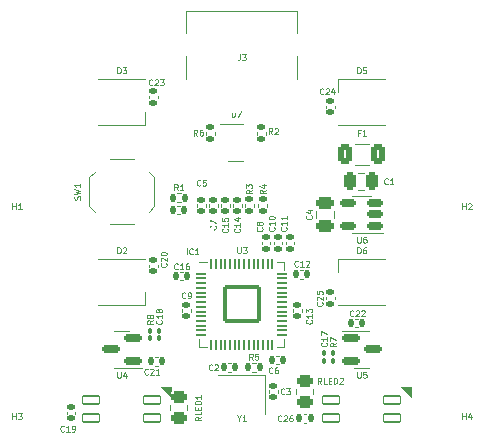
<source format=gbr>
%TF.GenerationSoftware,KiCad,Pcbnew,7.0.1*%
%TF.CreationDate,2023-05-13T23:39:39+01:00*%
%TF.ProjectId,MoonPad,4d6f6f6e-5061-4642-9e6b-696361645f70,rev?*%
%TF.SameCoordinates,Original*%
%TF.FileFunction,Legend,Top*%
%TF.FilePolarity,Positive*%
%FSLAX46Y46*%
G04 Gerber Fmt 4.6, Leading zero omitted, Abs format (unit mm)*
G04 Created by KiCad (PCBNEW 7.0.1) date 2023-05-13 23:39:39*
%MOMM*%
%LPD*%
G01*
G04 APERTURE LIST*
G04 Aperture macros list*
%AMRoundRect*
0 Rectangle with rounded corners*
0 $1 Rounding radius*
0 $2 $3 $4 $5 $6 $7 $8 $9 X,Y pos of 4 corners*
0 Add a 4 corners polygon primitive as box body*
4,1,4,$2,$3,$4,$5,$6,$7,$8,$9,$2,$3,0*
0 Add four circle primitives for the rounded corners*
1,1,$1+$1,$2,$3*
1,1,$1+$1,$4,$5*
1,1,$1+$1,$6,$7*
1,1,$1+$1,$8,$9*
0 Add four rect primitives between the rounded corners*
20,1,$1+$1,$2,$3,$4,$5,0*
20,1,$1+$1,$4,$5,$6,$7,0*
20,1,$1+$1,$6,$7,$8,$9,0*
20,1,$1+$1,$8,$9,$2,$3,0*%
G04 Aperture macros list end*
%ADD10C,0.125000*%
%ADD11C,0.120000*%
%ADD12C,0.100000*%
%ADD13RoundRect,0.140000X0.170000X-0.140000X0.170000X0.140000X-0.170000X0.140000X-0.170000X-0.140000X0*%
%ADD14RoundRect,0.140000X-0.170000X0.140000X-0.170000X-0.140000X0.170000X-0.140000X0.170000X0.140000X0*%
%ADD15RoundRect,0.140000X0.140000X0.170000X-0.140000X0.170000X-0.140000X-0.170000X0.140000X-0.170000X0*%
%ADD16R,1.400000X1.200000*%
%ADD17RoundRect,0.082000X-0.718000X0.328000X-0.718000X-0.328000X0.718000X-0.328000X0.718000X0.328000X0*%
%ADD18RoundRect,0.140000X-0.140000X-0.170000X0.140000X-0.170000X0.140000X0.170000X-0.140000X0.170000X0*%
%ADD19RoundRect,0.135000X0.185000X-0.135000X0.185000X0.135000X-0.185000X0.135000X-0.185000X-0.135000X0*%
%ADD20C,0.650000*%
%ADD21R,0.600000X1.450000*%
%ADD22R,0.300000X1.450000*%
%ADD23O,1.000000X2.100000*%
%ADD24O,1.000000X1.600000*%
%ADD25C,2.200000*%
%ADD26RoundRect,0.150000X-0.587500X-0.150000X0.587500X-0.150000X0.587500X0.150000X-0.587500X0.150000X0*%
%ADD27R,1.000000X0.850000*%
%ADD28RoundRect,0.100000X-0.100000X0.130000X-0.100000X-0.130000X0.100000X-0.130000X0.100000X0.130000X0*%
%ADD29R,0.900000X0.300000*%
%ADD30R,0.250000X1.650000*%
%ADD31RoundRect,0.135000X0.135000X0.185000X-0.135000X0.185000X-0.135000X-0.185000X0.135000X-0.185000X0*%
%ADD32RoundRect,0.250000X0.450000X-0.262500X0.450000X0.262500X-0.450000X0.262500X-0.450000X-0.262500X0*%
%ADD33RoundRect,0.100000X0.100000X-0.130000X0.100000X0.130000X-0.100000X0.130000X-0.100000X-0.130000X0*%
%ADD34RoundRect,0.250000X0.475000X-0.250000X0.475000X0.250000X-0.475000X0.250000X-0.475000X-0.250000X0*%
%ADD35RoundRect,0.250000X0.250000X0.475000X-0.250000X0.475000X-0.250000X-0.475000X0.250000X-0.475000X0*%
%ADD36RoundRect,0.250000X-0.375000X-0.625000X0.375000X-0.625000X0.375000X0.625000X-0.375000X0.625000X0*%
%ADD37RoundRect,0.135000X-0.185000X0.135000X-0.185000X-0.135000X0.185000X-0.135000X0.185000X0.135000X0*%
%ADD38RoundRect,0.050000X-0.387500X-0.050000X0.387500X-0.050000X0.387500X0.050000X-0.387500X0.050000X0*%
%ADD39RoundRect,0.050000X-0.050000X-0.387500X0.050000X-0.387500X0.050000X0.387500X-0.050000X0.387500X0*%
%ADD40RoundRect,0.144000X-1.456000X-1.456000X1.456000X-1.456000X1.456000X1.456000X-1.456000X1.456000X0*%
%ADD41RoundRect,0.150000X0.512500X0.150000X-0.512500X0.150000X-0.512500X-0.150000X0.512500X-0.150000X0*%
%ADD42R,0.700000X1.000000*%
%ADD43R,0.700000X0.600000*%
%ADD44R,1.000000X1.700000*%
%ADD45RoundRect,0.250000X-0.450000X0.262500X-0.450000X-0.262500X0.450000X-0.262500X0.450000X0.262500X0*%
%ADD46RoundRect,0.135000X-0.135000X-0.185000X0.135000X-0.185000X0.135000X0.185000X-0.135000X0.185000X0*%
%ADD47RoundRect,0.150000X0.587500X0.150000X-0.587500X0.150000X-0.587500X-0.150000X0.587500X-0.150000X0*%
%ADD48C,1.700000*%
%ADD49R,1.700000X1.700000*%
%ADD50O,1.700000X1.700000*%
G04 APERTURE END LIST*
D10*
%TO.C,C8*%
X147757690Y-95079333D02*
X147781500Y-95103142D01*
X147781500Y-95103142D02*
X147805309Y-95174571D01*
X147805309Y-95174571D02*
X147805309Y-95222190D01*
X147805309Y-95222190D02*
X147781500Y-95293618D01*
X147781500Y-95293618D02*
X147733880Y-95341237D01*
X147733880Y-95341237D02*
X147686261Y-95365047D01*
X147686261Y-95365047D02*
X147591023Y-95388856D01*
X147591023Y-95388856D02*
X147519595Y-95388856D01*
X147519595Y-95388856D02*
X147424357Y-95365047D01*
X147424357Y-95365047D02*
X147376738Y-95341237D01*
X147376738Y-95341237D02*
X147329119Y-95293618D01*
X147329119Y-95293618D02*
X147305309Y-95222190D01*
X147305309Y-95222190D02*
X147305309Y-95174571D01*
X147305309Y-95174571D02*
X147329119Y-95103142D01*
X147329119Y-95103142D02*
X147352928Y-95079333D01*
X147519595Y-94793618D02*
X147495785Y-94841237D01*
X147495785Y-94841237D02*
X147471976Y-94865047D01*
X147471976Y-94865047D02*
X147424357Y-94888856D01*
X147424357Y-94888856D02*
X147400547Y-94888856D01*
X147400547Y-94888856D02*
X147352928Y-94865047D01*
X147352928Y-94865047D02*
X147329119Y-94841237D01*
X147329119Y-94841237D02*
X147305309Y-94793618D01*
X147305309Y-94793618D02*
X147305309Y-94698380D01*
X147305309Y-94698380D02*
X147329119Y-94650761D01*
X147329119Y-94650761D02*
X147352928Y-94626952D01*
X147352928Y-94626952D02*
X147400547Y-94603142D01*
X147400547Y-94603142D02*
X147424357Y-94603142D01*
X147424357Y-94603142D02*
X147471976Y-94626952D01*
X147471976Y-94626952D02*
X147495785Y-94650761D01*
X147495785Y-94650761D02*
X147519595Y-94698380D01*
X147519595Y-94698380D02*
X147519595Y-94793618D01*
X147519595Y-94793618D02*
X147543404Y-94841237D01*
X147543404Y-94841237D02*
X147567214Y-94865047D01*
X147567214Y-94865047D02*
X147614833Y-94888856D01*
X147614833Y-94888856D02*
X147710071Y-94888856D01*
X147710071Y-94888856D02*
X147757690Y-94865047D01*
X147757690Y-94865047D02*
X147781500Y-94841237D01*
X147781500Y-94841237D02*
X147805309Y-94793618D01*
X147805309Y-94793618D02*
X147805309Y-94698380D01*
X147805309Y-94698380D02*
X147781500Y-94650761D01*
X147781500Y-94650761D02*
X147757690Y-94626952D01*
X147757690Y-94626952D02*
X147710071Y-94603142D01*
X147710071Y-94603142D02*
X147614833Y-94603142D01*
X147614833Y-94603142D02*
X147567214Y-94626952D01*
X147567214Y-94626952D02*
X147543404Y-94650761D01*
X147543404Y-94650761D02*
X147519595Y-94698380D01*
%TO.C,C23*%
X138489571Y-82987690D02*
X138465762Y-83011500D01*
X138465762Y-83011500D02*
X138394333Y-83035309D01*
X138394333Y-83035309D02*
X138346714Y-83035309D01*
X138346714Y-83035309D02*
X138275286Y-83011500D01*
X138275286Y-83011500D02*
X138227667Y-82963880D01*
X138227667Y-82963880D02*
X138203857Y-82916261D01*
X138203857Y-82916261D02*
X138180048Y-82821023D01*
X138180048Y-82821023D02*
X138180048Y-82749595D01*
X138180048Y-82749595D02*
X138203857Y-82654357D01*
X138203857Y-82654357D02*
X138227667Y-82606738D01*
X138227667Y-82606738D02*
X138275286Y-82559119D01*
X138275286Y-82559119D02*
X138346714Y-82535309D01*
X138346714Y-82535309D02*
X138394333Y-82535309D01*
X138394333Y-82535309D02*
X138465762Y-82559119D01*
X138465762Y-82559119D02*
X138489571Y-82582928D01*
X138680048Y-82582928D02*
X138703857Y-82559119D01*
X138703857Y-82559119D02*
X138751476Y-82535309D01*
X138751476Y-82535309D02*
X138870524Y-82535309D01*
X138870524Y-82535309D02*
X138918143Y-82559119D01*
X138918143Y-82559119D02*
X138941952Y-82582928D01*
X138941952Y-82582928D02*
X138965762Y-82630547D01*
X138965762Y-82630547D02*
X138965762Y-82678166D01*
X138965762Y-82678166D02*
X138941952Y-82749595D01*
X138941952Y-82749595D02*
X138656238Y-83035309D01*
X138656238Y-83035309D02*
X138965762Y-83035309D01*
X139132428Y-82535309D02*
X139441952Y-82535309D01*
X139441952Y-82535309D02*
X139275285Y-82725785D01*
X139275285Y-82725785D02*
X139346714Y-82725785D01*
X139346714Y-82725785D02*
X139394333Y-82749595D01*
X139394333Y-82749595D02*
X139418142Y-82773404D01*
X139418142Y-82773404D02*
X139441952Y-82821023D01*
X139441952Y-82821023D02*
X139441952Y-82940071D01*
X139441952Y-82940071D02*
X139418142Y-82987690D01*
X139418142Y-82987690D02*
X139394333Y-83011500D01*
X139394333Y-83011500D02*
X139346714Y-83035309D01*
X139346714Y-83035309D02*
X139203857Y-83035309D01*
X139203857Y-83035309D02*
X139156238Y-83011500D01*
X139156238Y-83011500D02*
X139132428Y-82987690D01*
%TO.C,C9*%
X141267666Y-101021690D02*
X141243857Y-101045500D01*
X141243857Y-101045500D02*
X141172428Y-101069309D01*
X141172428Y-101069309D02*
X141124809Y-101069309D01*
X141124809Y-101069309D02*
X141053381Y-101045500D01*
X141053381Y-101045500D02*
X141005762Y-100997880D01*
X141005762Y-100997880D02*
X140981952Y-100950261D01*
X140981952Y-100950261D02*
X140958143Y-100855023D01*
X140958143Y-100855023D02*
X140958143Y-100783595D01*
X140958143Y-100783595D02*
X140981952Y-100688357D01*
X140981952Y-100688357D02*
X141005762Y-100640738D01*
X141005762Y-100640738D02*
X141053381Y-100593119D01*
X141053381Y-100593119D02*
X141124809Y-100569309D01*
X141124809Y-100569309D02*
X141172428Y-100569309D01*
X141172428Y-100569309D02*
X141243857Y-100593119D01*
X141243857Y-100593119D02*
X141267666Y-100616928D01*
X141505762Y-101069309D02*
X141601000Y-101069309D01*
X141601000Y-101069309D02*
X141648619Y-101045500D01*
X141648619Y-101045500D02*
X141672428Y-101021690D01*
X141672428Y-101021690D02*
X141720047Y-100950261D01*
X141720047Y-100950261D02*
X141743857Y-100855023D01*
X141743857Y-100855023D02*
X141743857Y-100664547D01*
X141743857Y-100664547D02*
X141720047Y-100616928D01*
X141720047Y-100616928D02*
X141696238Y-100593119D01*
X141696238Y-100593119D02*
X141648619Y-100569309D01*
X141648619Y-100569309D02*
X141553381Y-100569309D01*
X141553381Y-100569309D02*
X141505762Y-100593119D01*
X141505762Y-100593119D02*
X141481952Y-100616928D01*
X141481952Y-100616928D02*
X141458143Y-100664547D01*
X141458143Y-100664547D02*
X141458143Y-100783595D01*
X141458143Y-100783595D02*
X141481952Y-100831214D01*
X141481952Y-100831214D02*
X141505762Y-100855023D01*
X141505762Y-100855023D02*
X141553381Y-100878833D01*
X141553381Y-100878833D02*
X141648619Y-100878833D01*
X141648619Y-100878833D02*
X141696238Y-100855023D01*
X141696238Y-100855023D02*
X141720047Y-100831214D01*
X141720047Y-100831214D02*
X141743857Y-100783595D01*
%TO.C,C26*%
X149411571Y-111435690D02*
X149387762Y-111459500D01*
X149387762Y-111459500D02*
X149316333Y-111483309D01*
X149316333Y-111483309D02*
X149268714Y-111483309D01*
X149268714Y-111483309D02*
X149197286Y-111459500D01*
X149197286Y-111459500D02*
X149149667Y-111411880D01*
X149149667Y-111411880D02*
X149125857Y-111364261D01*
X149125857Y-111364261D02*
X149102048Y-111269023D01*
X149102048Y-111269023D02*
X149102048Y-111197595D01*
X149102048Y-111197595D02*
X149125857Y-111102357D01*
X149125857Y-111102357D02*
X149149667Y-111054738D01*
X149149667Y-111054738D02*
X149197286Y-111007119D01*
X149197286Y-111007119D02*
X149268714Y-110983309D01*
X149268714Y-110983309D02*
X149316333Y-110983309D01*
X149316333Y-110983309D02*
X149387762Y-111007119D01*
X149387762Y-111007119D02*
X149411571Y-111030928D01*
X149602048Y-111030928D02*
X149625857Y-111007119D01*
X149625857Y-111007119D02*
X149673476Y-110983309D01*
X149673476Y-110983309D02*
X149792524Y-110983309D01*
X149792524Y-110983309D02*
X149840143Y-111007119D01*
X149840143Y-111007119D02*
X149863952Y-111030928D01*
X149863952Y-111030928D02*
X149887762Y-111078547D01*
X149887762Y-111078547D02*
X149887762Y-111126166D01*
X149887762Y-111126166D02*
X149863952Y-111197595D01*
X149863952Y-111197595D02*
X149578238Y-111483309D01*
X149578238Y-111483309D02*
X149887762Y-111483309D01*
X150316333Y-110983309D02*
X150221095Y-110983309D01*
X150221095Y-110983309D02*
X150173476Y-111007119D01*
X150173476Y-111007119D02*
X150149666Y-111030928D01*
X150149666Y-111030928D02*
X150102047Y-111102357D01*
X150102047Y-111102357D02*
X150078238Y-111197595D01*
X150078238Y-111197595D02*
X150078238Y-111388071D01*
X150078238Y-111388071D02*
X150102047Y-111435690D01*
X150102047Y-111435690D02*
X150125857Y-111459500D01*
X150125857Y-111459500D02*
X150173476Y-111483309D01*
X150173476Y-111483309D02*
X150268714Y-111483309D01*
X150268714Y-111483309D02*
X150316333Y-111459500D01*
X150316333Y-111459500D02*
X150340142Y-111435690D01*
X150340142Y-111435690D02*
X150363952Y-111388071D01*
X150363952Y-111388071D02*
X150363952Y-111269023D01*
X150363952Y-111269023D02*
X150340142Y-111221404D01*
X150340142Y-111221404D02*
X150316333Y-111197595D01*
X150316333Y-111197595D02*
X150268714Y-111173785D01*
X150268714Y-111173785D02*
X150173476Y-111173785D01*
X150173476Y-111173785D02*
X150125857Y-111197595D01*
X150125857Y-111197595D02*
X150102047Y-111221404D01*
X150102047Y-111221404D02*
X150078238Y-111269023D01*
%TO.C,Y1*%
X145811905Y-111245214D02*
X145811905Y-111483309D01*
X145645239Y-110983309D02*
X145811905Y-111245214D01*
X145811905Y-111245214D02*
X145978572Y-110983309D01*
X146407143Y-111483309D02*
X146121429Y-111483309D01*
X146264286Y-111483309D02*
X146264286Y-110983309D01*
X146264286Y-110983309D02*
X146216667Y-111054738D01*
X146216667Y-111054738D02*
X146169048Y-111102357D01*
X146169048Y-111102357D02*
X146121429Y-111126166D01*
%TO.C,C25*%
X152837690Y-101413428D02*
X152861500Y-101437237D01*
X152861500Y-101437237D02*
X152885309Y-101508666D01*
X152885309Y-101508666D02*
X152885309Y-101556285D01*
X152885309Y-101556285D02*
X152861500Y-101627713D01*
X152861500Y-101627713D02*
X152813880Y-101675332D01*
X152813880Y-101675332D02*
X152766261Y-101699142D01*
X152766261Y-101699142D02*
X152671023Y-101722951D01*
X152671023Y-101722951D02*
X152599595Y-101722951D01*
X152599595Y-101722951D02*
X152504357Y-101699142D01*
X152504357Y-101699142D02*
X152456738Y-101675332D01*
X152456738Y-101675332D02*
X152409119Y-101627713D01*
X152409119Y-101627713D02*
X152385309Y-101556285D01*
X152385309Y-101556285D02*
X152385309Y-101508666D01*
X152385309Y-101508666D02*
X152409119Y-101437237D01*
X152409119Y-101437237D02*
X152432928Y-101413428D01*
X152432928Y-101222951D02*
X152409119Y-101199142D01*
X152409119Y-101199142D02*
X152385309Y-101151523D01*
X152385309Y-101151523D02*
X152385309Y-101032475D01*
X152385309Y-101032475D02*
X152409119Y-100984856D01*
X152409119Y-100984856D02*
X152432928Y-100961047D01*
X152432928Y-100961047D02*
X152480547Y-100937237D01*
X152480547Y-100937237D02*
X152528166Y-100937237D01*
X152528166Y-100937237D02*
X152599595Y-100961047D01*
X152599595Y-100961047D02*
X152885309Y-101246761D01*
X152885309Y-101246761D02*
X152885309Y-100937237D01*
X152385309Y-100484857D02*
X152385309Y-100722952D01*
X152385309Y-100722952D02*
X152623404Y-100746761D01*
X152623404Y-100746761D02*
X152599595Y-100722952D01*
X152599595Y-100722952D02*
X152575785Y-100675333D01*
X152575785Y-100675333D02*
X152575785Y-100556285D01*
X152575785Y-100556285D02*
X152599595Y-100508666D01*
X152599595Y-100508666D02*
X152623404Y-100484857D01*
X152623404Y-100484857D02*
X152671023Y-100461047D01*
X152671023Y-100461047D02*
X152790071Y-100461047D01*
X152790071Y-100461047D02*
X152837690Y-100484857D01*
X152837690Y-100484857D02*
X152861500Y-100508666D01*
X152861500Y-100508666D02*
X152885309Y-100556285D01*
X152885309Y-100556285D02*
X152885309Y-100675333D01*
X152885309Y-100675333D02*
X152861500Y-100722952D01*
X152861500Y-100722952D02*
X152837690Y-100746761D01*
%TO.C,C14*%
X145852690Y-95190428D02*
X145876500Y-95214237D01*
X145876500Y-95214237D02*
X145900309Y-95285666D01*
X145900309Y-95285666D02*
X145900309Y-95333285D01*
X145900309Y-95333285D02*
X145876500Y-95404713D01*
X145876500Y-95404713D02*
X145828880Y-95452332D01*
X145828880Y-95452332D02*
X145781261Y-95476142D01*
X145781261Y-95476142D02*
X145686023Y-95499951D01*
X145686023Y-95499951D02*
X145614595Y-95499951D01*
X145614595Y-95499951D02*
X145519357Y-95476142D01*
X145519357Y-95476142D02*
X145471738Y-95452332D01*
X145471738Y-95452332D02*
X145424119Y-95404713D01*
X145424119Y-95404713D02*
X145400309Y-95333285D01*
X145400309Y-95333285D02*
X145400309Y-95285666D01*
X145400309Y-95285666D02*
X145424119Y-95214237D01*
X145424119Y-95214237D02*
X145447928Y-95190428D01*
X145900309Y-94714237D02*
X145900309Y-94999951D01*
X145900309Y-94857094D02*
X145400309Y-94857094D01*
X145400309Y-94857094D02*
X145471738Y-94904713D01*
X145471738Y-94904713D02*
X145519357Y-94952332D01*
X145519357Y-94952332D02*
X145543166Y-94999951D01*
X145566976Y-94285666D02*
X145900309Y-94285666D01*
X145376500Y-94404714D02*
X145733642Y-94523761D01*
X145733642Y-94523761D02*
X145733642Y-94214238D01*
%TO.C,C6*%
X148633666Y-107371690D02*
X148609857Y-107395500D01*
X148609857Y-107395500D02*
X148538428Y-107419309D01*
X148538428Y-107419309D02*
X148490809Y-107419309D01*
X148490809Y-107419309D02*
X148419381Y-107395500D01*
X148419381Y-107395500D02*
X148371762Y-107347880D01*
X148371762Y-107347880D02*
X148347952Y-107300261D01*
X148347952Y-107300261D02*
X148324143Y-107205023D01*
X148324143Y-107205023D02*
X148324143Y-107133595D01*
X148324143Y-107133595D02*
X148347952Y-107038357D01*
X148347952Y-107038357D02*
X148371762Y-106990738D01*
X148371762Y-106990738D02*
X148419381Y-106943119D01*
X148419381Y-106943119D02*
X148490809Y-106919309D01*
X148490809Y-106919309D02*
X148538428Y-106919309D01*
X148538428Y-106919309D02*
X148609857Y-106943119D01*
X148609857Y-106943119D02*
X148633666Y-106966928D01*
X149062238Y-106919309D02*
X148967000Y-106919309D01*
X148967000Y-106919309D02*
X148919381Y-106943119D01*
X148919381Y-106943119D02*
X148895571Y-106966928D01*
X148895571Y-106966928D02*
X148847952Y-107038357D01*
X148847952Y-107038357D02*
X148824143Y-107133595D01*
X148824143Y-107133595D02*
X148824143Y-107324071D01*
X148824143Y-107324071D02*
X148847952Y-107371690D01*
X148847952Y-107371690D02*
X148871762Y-107395500D01*
X148871762Y-107395500D02*
X148919381Y-107419309D01*
X148919381Y-107419309D02*
X149014619Y-107419309D01*
X149014619Y-107419309D02*
X149062238Y-107395500D01*
X149062238Y-107395500D02*
X149086047Y-107371690D01*
X149086047Y-107371690D02*
X149109857Y-107324071D01*
X149109857Y-107324071D02*
X149109857Y-107205023D01*
X149109857Y-107205023D02*
X149086047Y-107157404D01*
X149086047Y-107157404D02*
X149062238Y-107133595D01*
X149062238Y-107133595D02*
X149014619Y-107109785D01*
X149014619Y-107109785D02*
X148919381Y-107109785D01*
X148919381Y-107109785D02*
X148871762Y-107133595D01*
X148871762Y-107133595D02*
X148847952Y-107157404D01*
X148847952Y-107157404D02*
X148824143Y-107205023D01*
%TO.C,R6*%
X142283666Y-87301309D02*
X142117000Y-87063214D01*
X141997952Y-87301309D02*
X141997952Y-86801309D01*
X141997952Y-86801309D02*
X142188428Y-86801309D01*
X142188428Y-86801309D02*
X142236047Y-86825119D01*
X142236047Y-86825119D02*
X142259857Y-86848928D01*
X142259857Y-86848928D02*
X142283666Y-86896547D01*
X142283666Y-86896547D02*
X142283666Y-86967976D01*
X142283666Y-86967976D02*
X142259857Y-87015595D01*
X142259857Y-87015595D02*
X142236047Y-87039404D01*
X142236047Y-87039404D02*
X142188428Y-87063214D01*
X142188428Y-87063214D02*
X141997952Y-87063214D01*
X142712238Y-86801309D02*
X142617000Y-86801309D01*
X142617000Y-86801309D02*
X142569381Y-86825119D01*
X142569381Y-86825119D02*
X142545571Y-86848928D01*
X142545571Y-86848928D02*
X142497952Y-86920357D01*
X142497952Y-86920357D02*
X142474143Y-87015595D01*
X142474143Y-87015595D02*
X142474143Y-87206071D01*
X142474143Y-87206071D02*
X142497952Y-87253690D01*
X142497952Y-87253690D02*
X142521762Y-87277500D01*
X142521762Y-87277500D02*
X142569381Y-87301309D01*
X142569381Y-87301309D02*
X142664619Y-87301309D01*
X142664619Y-87301309D02*
X142712238Y-87277500D01*
X142712238Y-87277500D02*
X142736047Y-87253690D01*
X142736047Y-87253690D02*
X142759857Y-87206071D01*
X142759857Y-87206071D02*
X142759857Y-87087023D01*
X142759857Y-87087023D02*
X142736047Y-87039404D01*
X142736047Y-87039404D02*
X142712238Y-87015595D01*
X142712238Y-87015595D02*
X142664619Y-86991785D01*
X142664619Y-86991785D02*
X142569381Y-86991785D01*
X142569381Y-86991785D02*
X142521762Y-87015595D01*
X142521762Y-87015595D02*
X142497952Y-87039404D01*
X142497952Y-87039404D02*
X142474143Y-87087023D01*
%TO.C,J3*%
X145883333Y-80428309D02*
X145883333Y-80785452D01*
X145883333Y-80785452D02*
X145859524Y-80856880D01*
X145859524Y-80856880D02*
X145811905Y-80904500D01*
X145811905Y-80904500D02*
X145740476Y-80928309D01*
X145740476Y-80928309D02*
X145692857Y-80928309D01*
X146073809Y-80428309D02*
X146383333Y-80428309D01*
X146383333Y-80428309D02*
X146216666Y-80618785D01*
X146216666Y-80618785D02*
X146288095Y-80618785D01*
X146288095Y-80618785D02*
X146335714Y-80642595D01*
X146335714Y-80642595D02*
X146359523Y-80666404D01*
X146359523Y-80666404D02*
X146383333Y-80714023D01*
X146383333Y-80714023D02*
X146383333Y-80833071D01*
X146383333Y-80833071D02*
X146359523Y-80880690D01*
X146359523Y-80880690D02*
X146335714Y-80904500D01*
X146335714Y-80904500D02*
X146288095Y-80928309D01*
X146288095Y-80928309D02*
X146145238Y-80928309D01*
X146145238Y-80928309D02*
X146097619Y-80904500D01*
X146097619Y-80904500D02*
X146073809Y-80880690D01*
%TO.C,H2*%
X164719047Y-93551309D02*
X164719047Y-93051309D01*
X164719047Y-93289404D02*
X165004761Y-93289404D01*
X165004761Y-93551309D02*
X165004761Y-93051309D01*
X165219048Y-93098928D02*
X165242857Y-93075119D01*
X165242857Y-93075119D02*
X165290476Y-93051309D01*
X165290476Y-93051309D02*
X165409524Y-93051309D01*
X165409524Y-93051309D02*
X165457143Y-93075119D01*
X165457143Y-93075119D02*
X165480952Y-93098928D01*
X165480952Y-93098928D02*
X165504762Y-93146547D01*
X165504762Y-93146547D02*
X165504762Y-93194166D01*
X165504762Y-93194166D02*
X165480952Y-93265595D01*
X165480952Y-93265595D02*
X165195238Y-93551309D01*
X165195238Y-93551309D02*
X165504762Y-93551309D01*
%TO.C,U5*%
X155829047Y-107300309D02*
X155829047Y-107705071D01*
X155829047Y-107705071D02*
X155852857Y-107752690D01*
X155852857Y-107752690D02*
X155876666Y-107776500D01*
X155876666Y-107776500D02*
X155924285Y-107800309D01*
X155924285Y-107800309D02*
X156019523Y-107800309D01*
X156019523Y-107800309D02*
X156067142Y-107776500D01*
X156067142Y-107776500D02*
X156090952Y-107752690D01*
X156090952Y-107752690D02*
X156114761Y-107705071D01*
X156114761Y-107705071D02*
X156114761Y-107300309D01*
X156590952Y-107300309D02*
X156352857Y-107300309D01*
X156352857Y-107300309D02*
X156329048Y-107538404D01*
X156329048Y-107538404D02*
X156352857Y-107514595D01*
X156352857Y-107514595D02*
X156400476Y-107490785D01*
X156400476Y-107490785D02*
X156519524Y-107490785D01*
X156519524Y-107490785D02*
X156567143Y-107514595D01*
X156567143Y-107514595D02*
X156590952Y-107538404D01*
X156590952Y-107538404D02*
X156614762Y-107586023D01*
X156614762Y-107586023D02*
X156614762Y-107705071D01*
X156614762Y-107705071D02*
X156590952Y-107752690D01*
X156590952Y-107752690D02*
X156567143Y-107776500D01*
X156567143Y-107776500D02*
X156519524Y-107800309D01*
X156519524Y-107800309D02*
X156400476Y-107800309D01*
X156400476Y-107800309D02*
X156352857Y-107776500D01*
X156352857Y-107776500D02*
X156329048Y-107752690D01*
%TO.C,C10*%
X148773690Y-95063428D02*
X148797500Y-95087237D01*
X148797500Y-95087237D02*
X148821309Y-95158666D01*
X148821309Y-95158666D02*
X148821309Y-95206285D01*
X148821309Y-95206285D02*
X148797500Y-95277713D01*
X148797500Y-95277713D02*
X148749880Y-95325332D01*
X148749880Y-95325332D02*
X148702261Y-95349142D01*
X148702261Y-95349142D02*
X148607023Y-95372951D01*
X148607023Y-95372951D02*
X148535595Y-95372951D01*
X148535595Y-95372951D02*
X148440357Y-95349142D01*
X148440357Y-95349142D02*
X148392738Y-95325332D01*
X148392738Y-95325332D02*
X148345119Y-95277713D01*
X148345119Y-95277713D02*
X148321309Y-95206285D01*
X148321309Y-95206285D02*
X148321309Y-95158666D01*
X148321309Y-95158666D02*
X148345119Y-95087237D01*
X148345119Y-95087237D02*
X148368928Y-95063428D01*
X148821309Y-94587237D02*
X148821309Y-94872951D01*
X148821309Y-94730094D02*
X148321309Y-94730094D01*
X148321309Y-94730094D02*
X148392738Y-94777713D01*
X148392738Y-94777713D02*
X148440357Y-94825332D01*
X148440357Y-94825332D02*
X148464166Y-94872951D01*
X148321309Y-94277714D02*
X148321309Y-94230095D01*
X148321309Y-94230095D02*
X148345119Y-94182476D01*
X148345119Y-94182476D02*
X148368928Y-94158666D01*
X148368928Y-94158666D02*
X148416547Y-94134857D01*
X148416547Y-94134857D02*
X148511785Y-94111047D01*
X148511785Y-94111047D02*
X148630833Y-94111047D01*
X148630833Y-94111047D02*
X148726071Y-94134857D01*
X148726071Y-94134857D02*
X148773690Y-94158666D01*
X148773690Y-94158666D02*
X148797500Y-94182476D01*
X148797500Y-94182476D02*
X148821309Y-94230095D01*
X148821309Y-94230095D02*
X148821309Y-94277714D01*
X148821309Y-94277714D02*
X148797500Y-94325333D01*
X148797500Y-94325333D02*
X148773690Y-94349142D01*
X148773690Y-94349142D02*
X148726071Y-94372952D01*
X148726071Y-94372952D02*
X148630833Y-94396761D01*
X148630833Y-94396761D02*
X148511785Y-94396761D01*
X148511785Y-94396761D02*
X148416547Y-94372952D01*
X148416547Y-94372952D02*
X148368928Y-94349142D01*
X148368928Y-94349142D02*
X148345119Y-94325333D01*
X148345119Y-94325333D02*
X148321309Y-94277714D01*
%TO.C,C11*%
X149789690Y-95063428D02*
X149813500Y-95087237D01*
X149813500Y-95087237D02*
X149837309Y-95158666D01*
X149837309Y-95158666D02*
X149837309Y-95206285D01*
X149837309Y-95206285D02*
X149813500Y-95277713D01*
X149813500Y-95277713D02*
X149765880Y-95325332D01*
X149765880Y-95325332D02*
X149718261Y-95349142D01*
X149718261Y-95349142D02*
X149623023Y-95372951D01*
X149623023Y-95372951D02*
X149551595Y-95372951D01*
X149551595Y-95372951D02*
X149456357Y-95349142D01*
X149456357Y-95349142D02*
X149408738Y-95325332D01*
X149408738Y-95325332D02*
X149361119Y-95277713D01*
X149361119Y-95277713D02*
X149337309Y-95206285D01*
X149337309Y-95206285D02*
X149337309Y-95158666D01*
X149337309Y-95158666D02*
X149361119Y-95087237D01*
X149361119Y-95087237D02*
X149384928Y-95063428D01*
X149837309Y-94587237D02*
X149837309Y-94872951D01*
X149837309Y-94730094D02*
X149337309Y-94730094D01*
X149337309Y-94730094D02*
X149408738Y-94777713D01*
X149408738Y-94777713D02*
X149456357Y-94825332D01*
X149456357Y-94825332D02*
X149480166Y-94872951D01*
X149837309Y-94111047D02*
X149837309Y-94396761D01*
X149837309Y-94253904D02*
X149337309Y-94253904D01*
X149337309Y-94253904D02*
X149408738Y-94301523D01*
X149408738Y-94301523D02*
X149456357Y-94349142D01*
X149456357Y-94349142D02*
X149480166Y-94396761D01*
%TO.C,D3*%
X135520952Y-82019309D02*
X135520952Y-81519309D01*
X135520952Y-81519309D02*
X135640000Y-81519309D01*
X135640000Y-81519309D02*
X135711428Y-81543119D01*
X135711428Y-81543119D02*
X135759047Y-81590738D01*
X135759047Y-81590738D02*
X135782857Y-81638357D01*
X135782857Y-81638357D02*
X135806666Y-81733595D01*
X135806666Y-81733595D02*
X135806666Y-81805023D01*
X135806666Y-81805023D02*
X135782857Y-81900261D01*
X135782857Y-81900261D02*
X135759047Y-81947880D01*
X135759047Y-81947880D02*
X135711428Y-81995500D01*
X135711428Y-81995500D02*
X135640000Y-82019309D01*
X135640000Y-82019309D02*
X135520952Y-82019309D01*
X135973333Y-81519309D02*
X136282857Y-81519309D01*
X136282857Y-81519309D02*
X136116190Y-81709785D01*
X136116190Y-81709785D02*
X136187619Y-81709785D01*
X136187619Y-81709785D02*
X136235238Y-81733595D01*
X136235238Y-81733595D02*
X136259047Y-81757404D01*
X136259047Y-81757404D02*
X136282857Y-81805023D01*
X136282857Y-81805023D02*
X136282857Y-81924071D01*
X136282857Y-81924071D02*
X136259047Y-81971690D01*
X136259047Y-81971690D02*
X136235238Y-81995500D01*
X136235238Y-81995500D02*
X136187619Y-82019309D01*
X136187619Y-82019309D02*
X136044762Y-82019309D01*
X136044762Y-82019309D02*
X135997143Y-81995500D01*
X135997143Y-81995500D02*
X135973333Y-81971690D01*
%TO.C,C17*%
X153218690Y-104842428D02*
X153242500Y-104866237D01*
X153242500Y-104866237D02*
X153266309Y-104937666D01*
X153266309Y-104937666D02*
X153266309Y-104985285D01*
X153266309Y-104985285D02*
X153242500Y-105056713D01*
X153242500Y-105056713D02*
X153194880Y-105104332D01*
X153194880Y-105104332D02*
X153147261Y-105128142D01*
X153147261Y-105128142D02*
X153052023Y-105151951D01*
X153052023Y-105151951D02*
X152980595Y-105151951D01*
X152980595Y-105151951D02*
X152885357Y-105128142D01*
X152885357Y-105128142D02*
X152837738Y-105104332D01*
X152837738Y-105104332D02*
X152790119Y-105056713D01*
X152790119Y-105056713D02*
X152766309Y-104985285D01*
X152766309Y-104985285D02*
X152766309Y-104937666D01*
X152766309Y-104937666D02*
X152790119Y-104866237D01*
X152790119Y-104866237D02*
X152813928Y-104842428D01*
X153266309Y-104366237D02*
X153266309Y-104651951D01*
X153266309Y-104509094D02*
X152766309Y-104509094D01*
X152766309Y-104509094D02*
X152837738Y-104556713D01*
X152837738Y-104556713D02*
X152885357Y-104604332D01*
X152885357Y-104604332D02*
X152909166Y-104651951D01*
X152766309Y-104199571D02*
X152766309Y-103866238D01*
X152766309Y-103866238D02*
X153266309Y-104080523D01*
%TO.C,C2*%
X143553666Y-107117690D02*
X143529857Y-107141500D01*
X143529857Y-107141500D02*
X143458428Y-107165309D01*
X143458428Y-107165309D02*
X143410809Y-107165309D01*
X143410809Y-107165309D02*
X143339381Y-107141500D01*
X143339381Y-107141500D02*
X143291762Y-107093880D01*
X143291762Y-107093880D02*
X143267952Y-107046261D01*
X143267952Y-107046261D02*
X143244143Y-106951023D01*
X143244143Y-106951023D02*
X143244143Y-106879595D01*
X143244143Y-106879595D02*
X143267952Y-106784357D01*
X143267952Y-106784357D02*
X143291762Y-106736738D01*
X143291762Y-106736738D02*
X143339381Y-106689119D01*
X143339381Y-106689119D02*
X143410809Y-106665309D01*
X143410809Y-106665309D02*
X143458428Y-106665309D01*
X143458428Y-106665309D02*
X143529857Y-106689119D01*
X143529857Y-106689119D02*
X143553666Y-106712928D01*
X143744143Y-106712928D02*
X143767952Y-106689119D01*
X143767952Y-106689119D02*
X143815571Y-106665309D01*
X143815571Y-106665309D02*
X143934619Y-106665309D01*
X143934619Y-106665309D02*
X143982238Y-106689119D01*
X143982238Y-106689119D02*
X144006047Y-106712928D01*
X144006047Y-106712928D02*
X144029857Y-106760547D01*
X144029857Y-106760547D02*
X144029857Y-106808166D01*
X144029857Y-106808166D02*
X144006047Y-106879595D01*
X144006047Y-106879595D02*
X143720333Y-107165309D01*
X143720333Y-107165309D02*
X144029857Y-107165309D01*
%TO.C,C19*%
X130996571Y-112324690D02*
X130972762Y-112348500D01*
X130972762Y-112348500D02*
X130901333Y-112372309D01*
X130901333Y-112372309D02*
X130853714Y-112372309D01*
X130853714Y-112372309D02*
X130782286Y-112348500D01*
X130782286Y-112348500D02*
X130734667Y-112300880D01*
X130734667Y-112300880D02*
X130710857Y-112253261D01*
X130710857Y-112253261D02*
X130687048Y-112158023D01*
X130687048Y-112158023D02*
X130687048Y-112086595D01*
X130687048Y-112086595D02*
X130710857Y-111991357D01*
X130710857Y-111991357D02*
X130734667Y-111943738D01*
X130734667Y-111943738D02*
X130782286Y-111896119D01*
X130782286Y-111896119D02*
X130853714Y-111872309D01*
X130853714Y-111872309D02*
X130901333Y-111872309D01*
X130901333Y-111872309D02*
X130972762Y-111896119D01*
X130972762Y-111896119D02*
X130996571Y-111919928D01*
X131472762Y-112372309D02*
X131187048Y-112372309D01*
X131329905Y-112372309D02*
X131329905Y-111872309D01*
X131329905Y-111872309D02*
X131282286Y-111943738D01*
X131282286Y-111943738D02*
X131234667Y-111991357D01*
X131234667Y-111991357D02*
X131187048Y-112015166D01*
X131710857Y-112372309D02*
X131806095Y-112372309D01*
X131806095Y-112372309D02*
X131853714Y-112348500D01*
X131853714Y-112348500D02*
X131877523Y-112324690D01*
X131877523Y-112324690D02*
X131925142Y-112253261D01*
X131925142Y-112253261D02*
X131948952Y-112158023D01*
X131948952Y-112158023D02*
X131948952Y-111967547D01*
X131948952Y-111967547D02*
X131925142Y-111919928D01*
X131925142Y-111919928D02*
X131901333Y-111896119D01*
X131901333Y-111896119D02*
X131853714Y-111872309D01*
X131853714Y-111872309D02*
X131758476Y-111872309D01*
X131758476Y-111872309D02*
X131710857Y-111896119D01*
X131710857Y-111896119D02*
X131687047Y-111919928D01*
X131687047Y-111919928D02*
X131663238Y-111967547D01*
X131663238Y-111967547D02*
X131663238Y-112086595D01*
X131663238Y-112086595D02*
X131687047Y-112134214D01*
X131687047Y-112134214D02*
X131710857Y-112158023D01*
X131710857Y-112158023D02*
X131758476Y-112181833D01*
X131758476Y-112181833D02*
X131853714Y-112181833D01*
X131853714Y-112181833D02*
X131901333Y-112158023D01*
X131901333Y-112158023D02*
X131925142Y-112134214D01*
X131925142Y-112134214D02*
X131948952Y-112086595D01*
%TO.C,IC1*%
X141370905Y-97351755D02*
X141370905Y-96851755D01*
X141894714Y-97304136D02*
X141870905Y-97327946D01*
X141870905Y-97327946D02*
X141799476Y-97351755D01*
X141799476Y-97351755D02*
X141751857Y-97351755D01*
X141751857Y-97351755D02*
X141680429Y-97327946D01*
X141680429Y-97327946D02*
X141632810Y-97280326D01*
X141632810Y-97280326D02*
X141609000Y-97232707D01*
X141609000Y-97232707D02*
X141585191Y-97137469D01*
X141585191Y-97137469D02*
X141585191Y-97066041D01*
X141585191Y-97066041D02*
X141609000Y-96970803D01*
X141609000Y-96970803D02*
X141632810Y-96923184D01*
X141632810Y-96923184D02*
X141680429Y-96875565D01*
X141680429Y-96875565D02*
X141751857Y-96851755D01*
X141751857Y-96851755D02*
X141799476Y-96851755D01*
X141799476Y-96851755D02*
X141870905Y-96875565D01*
X141870905Y-96875565D02*
X141894714Y-96899374D01*
X142370905Y-97351755D02*
X142085191Y-97351755D01*
X142228048Y-97351755D02*
X142228048Y-96851755D01*
X142228048Y-96851755D02*
X142180429Y-96923184D01*
X142180429Y-96923184D02*
X142132810Y-96970803D01*
X142132810Y-96970803D02*
X142085191Y-96994612D01*
%TO.C,R1*%
X140632666Y-91925309D02*
X140466000Y-91687214D01*
X140346952Y-91925309D02*
X140346952Y-91425309D01*
X140346952Y-91425309D02*
X140537428Y-91425309D01*
X140537428Y-91425309D02*
X140585047Y-91449119D01*
X140585047Y-91449119D02*
X140608857Y-91472928D01*
X140608857Y-91472928D02*
X140632666Y-91520547D01*
X140632666Y-91520547D02*
X140632666Y-91591976D01*
X140632666Y-91591976D02*
X140608857Y-91639595D01*
X140608857Y-91639595D02*
X140585047Y-91663404D01*
X140585047Y-91663404D02*
X140537428Y-91687214D01*
X140537428Y-91687214D02*
X140346952Y-91687214D01*
X141108857Y-91925309D02*
X140823143Y-91925309D01*
X140966000Y-91925309D02*
X140966000Y-91425309D01*
X140966000Y-91425309D02*
X140918381Y-91496738D01*
X140918381Y-91496738D02*
X140870762Y-91544357D01*
X140870762Y-91544357D02*
X140823143Y-91568166D01*
%TO.C,H4*%
X164719047Y-111331309D02*
X164719047Y-110831309D01*
X164719047Y-111069404D02*
X165004761Y-111069404D01*
X165004761Y-111331309D02*
X165004761Y-110831309D01*
X165457143Y-110997976D02*
X165457143Y-111331309D01*
X165338095Y-110807500D02*
X165219048Y-111164642D01*
X165219048Y-111164642D02*
X165528571Y-111164642D01*
%TO.C,C12*%
X150808571Y-98354690D02*
X150784762Y-98378500D01*
X150784762Y-98378500D02*
X150713333Y-98402309D01*
X150713333Y-98402309D02*
X150665714Y-98402309D01*
X150665714Y-98402309D02*
X150594286Y-98378500D01*
X150594286Y-98378500D02*
X150546667Y-98330880D01*
X150546667Y-98330880D02*
X150522857Y-98283261D01*
X150522857Y-98283261D02*
X150499048Y-98188023D01*
X150499048Y-98188023D02*
X150499048Y-98116595D01*
X150499048Y-98116595D02*
X150522857Y-98021357D01*
X150522857Y-98021357D02*
X150546667Y-97973738D01*
X150546667Y-97973738D02*
X150594286Y-97926119D01*
X150594286Y-97926119D02*
X150665714Y-97902309D01*
X150665714Y-97902309D02*
X150713333Y-97902309D01*
X150713333Y-97902309D02*
X150784762Y-97926119D01*
X150784762Y-97926119D02*
X150808571Y-97949928D01*
X151284762Y-98402309D02*
X150999048Y-98402309D01*
X151141905Y-98402309D02*
X151141905Y-97902309D01*
X151141905Y-97902309D02*
X151094286Y-97973738D01*
X151094286Y-97973738D02*
X151046667Y-98021357D01*
X151046667Y-98021357D02*
X150999048Y-98045166D01*
X151475238Y-97949928D02*
X151499047Y-97926119D01*
X151499047Y-97926119D02*
X151546666Y-97902309D01*
X151546666Y-97902309D02*
X151665714Y-97902309D01*
X151665714Y-97902309D02*
X151713333Y-97926119D01*
X151713333Y-97926119D02*
X151737142Y-97949928D01*
X151737142Y-97949928D02*
X151760952Y-97997547D01*
X151760952Y-97997547D02*
X151760952Y-98045166D01*
X151760952Y-98045166D02*
X151737142Y-98116595D01*
X151737142Y-98116595D02*
X151451428Y-98402309D01*
X151451428Y-98402309D02*
X151760952Y-98402309D01*
%TO.C,C15*%
X144836690Y-95190428D02*
X144860500Y-95214237D01*
X144860500Y-95214237D02*
X144884309Y-95285666D01*
X144884309Y-95285666D02*
X144884309Y-95333285D01*
X144884309Y-95333285D02*
X144860500Y-95404713D01*
X144860500Y-95404713D02*
X144812880Y-95452332D01*
X144812880Y-95452332D02*
X144765261Y-95476142D01*
X144765261Y-95476142D02*
X144670023Y-95499951D01*
X144670023Y-95499951D02*
X144598595Y-95499951D01*
X144598595Y-95499951D02*
X144503357Y-95476142D01*
X144503357Y-95476142D02*
X144455738Y-95452332D01*
X144455738Y-95452332D02*
X144408119Y-95404713D01*
X144408119Y-95404713D02*
X144384309Y-95333285D01*
X144384309Y-95333285D02*
X144384309Y-95285666D01*
X144384309Y-95285666D02*
X144408119Y-95214237D01*
X144408119Y-95214237D02*
X144431928Y-95190428D01*
X144884309Y-94714237D02*
X144884309Y-94999951D01*
X144884309Y-94857094D02*
X144384309Y-94857094D01*
X144384309Y-94857094D02*
X144455738Y-94904713D01*
X144455738Y-94904713D02*
X144503357Y-94952332D01*
X144503357Y-94952332D02*
X144527166Y-94999951D01*
X144384309Y-94261857D02*
X144384309Y-94499952D01*
X144384309Y-94499952D02*
X144622404Y-94523761D01*
X144622404Y-94523761D02*
X144598595Y-94499952D01*
X144598595Y-94499952D02*
X144574785Y-94452333D01*
X144574785Y-94452333D02*
X144574785Y-94333285D01*
X144574785Y-94333285D02*
X144598595Y-94285666D01*
X144598595Y-94285666D02*
X144622404Y-94261857D01*
X144622404Y-94261857D02*
X144670023Y-94238047D01*
X144670023Y-94238047D02*
X144789071Y-94238047D01*
X144789071Y-94238047D02*
X144836690Y-94261857D01*
X144836690Y-94261857D02*
X144860500Y-94285666D01*
X144860500Y-94285666D02*
X144884309Y-94333285D01*
X144884309Y-94333285D02*
X144884309Y-94452333D01*
X144884309Y-94452333D02*
X144860500Y-94499952D01*
X144860500Y-94499952D02*
X144836690Y-94523761D01*
%TO.C,C20*%
X139629690Y-98111428D02*
X139653500Y-98135237D01*
X139653500Y-98135237D02*
X139677309Y-98206666D01*
X139677309Y-98206666D02*
X139677309Y-98254285D01*
X139677309Y-98254285D02*
X139653500Y-98325713D01*
X139653500Y-98325713D02*
X139605880Y-98373332D01*
X139605880Y-98373332D02*
X139558261Y-98397142D01*
X139558261Y-98397142D02*
X139463023Y-98420951D01*
X139463023Y-98420951D02*
X139391595Y-98420951D01*
X139391595Y-98420951D02*
X139296357Y-98397142D01*
X139296357Y-98397142D02*
X139248738Y-98373332D01*
X139248738Y-98373332D02*
X139201119Y-98325713D01*
X139201119Y-98325713D02*
X139177309Y-98254285D01*
X139177309Y-98254285D02*
X139177309Y-98206666D01*
X139177309Y-98206666D02*
X139201119Y-98135237D01*
X139201119Y-98135237D02*
X139224928Y-98111428D01*
X139224928Y-97920951D02*
X139201119Y-97897142D01*
X139201119Y-97897142D02*
X139177309Y-97849523D01*
X139177309Y-97849523D02*
X139177309Y-97730475D01*
X139177309Y-97730475D02*
X139201119Y-97682856D01*
X139201119Y-97682856D02*
X139224928Y-97659047D01*
X139224928Y-97659047D02*
X139272547Y-97635237D01*
X139272547Y-97635237D02*
X139320166Y-97635237D01*
X139320166Y-97635237D02*
X139391595Y-97659047D01*
X139391595Y-97659047D02*
X139677309Y-97944761D01*
X139677309Y-97944761D02*
X139677309Y-97635237D01*
X139177309Y-97325714D02*
X139177309Y-97278095D01*
X139177309Y-97278095D02*
X139201119Y-97230476D01*
X139201119Y-97230476D02*
X139224928Y-97206666D01*
X139224928Y-97206666D02*
X139272547Y-97182857D01*
X139272547Y-97182857D02*
X139367785Y-97159047D01*
X139367785Y-97159047D02*
X139486833Y-97159047D01*
X139486833Y-97159047D02*
X139582071Y-97182857D01*
X139582071Y-97182857D02*
X139629690Y-97206666D01*
X139629690Y-97206666D02*
X139653500Y-97230476D01*
X139653500Y-97230476D02*
X139677309Y-97278095D01*
X139677309Y-97278095D02*
X139677309Y-97325714D01*
X139677309Y-97325714D02*
X139653500Y-97373333D01*
X139653500Y-97373333D02*
X139629690Y-97397142D01*
X139629690Y-97397142D02*
X139582071Y-97420952D01*
X139582071Y-97420952D02*
X139486833Y-97444761D01*
X139486833Y-97444761D02*
X139367785Y-97444761D01*
X139367785Y-97444761D02*
X139272547Y-97420952D01*
X139272547Y-97420952D02*
X139224928Y-97397142D01*
X139224928Y-97397142D02*
X139201119Y-97373333D01*
X139201119Y-97373333D02*
X139177309Y-97325714D01*
%TO.C,C16*%
X140628571Y-98583690D02*
X140604762Y-98607500D01*
X140604762Y-98607500D02*
X140533333Y-98631309D01*
X140533333Y-98631309D02*
X140485714Y-98631309D01*
X140485714Y-98631309D02*
X140414286Y-98607500D01*
X140414286Y-98607500D02*
X140366667Y-98559880D01*
X140366667Y-98559880D02*
X140342857Y-98512261D01*
X140342857Y-98512261D02*
X140319048Y-98417023D01*
X140319048Y-98417023D02*
X140319048Y-98345595D01*
X140319048Y-98345595D02*
X140342857Y-98250357D01*
X140342857Y-98250357D02*
X140366667Y-98202738D01*
X140366667Y-98202738D02*
X140414286Y-98155119D01*
X140414286Y-98155119D02*
X140485714Y-98131309D01*
X140485714Y-98131309D02*
X140533333Y-98131309D01*
X140533333Y-98131309D02*
X140604762Y-98155119D01*
X140604762Y-98155119D02*
X140628571Y-98178928D01*
X141104762Y-98631309D02*
X140819048Y-98631309D01*
X140961905Y-98631309D02*
X140961905Y-98131309D01*
X140961905Y-98131309D02*
X140914286Y-98202738D01*
X140914286Y-98202738D02*
X140866667Y-98250357D01*
X140866667Y-98250357D02*
X140819048Y-98274166D01*
X141533333Y-98131309D02*
X141438095Y-98131309D01*
X141438095Y-98131309D02*
X141390476Y-98155119D01*
X141390476Y-98155119D02*
X141366666Y-98178928D01*
X141366666Y-98178928D02*
X141319047Y-98250357D01*
X141319047Y-98250357D02*
X141295238Y-98345595D01*
X141295238Y-98345595D02*
X141295238Y-98536071D01*
X141295238Y-98536071D02*
X141319047Y-98583690D01*
X141319047Y-98583690D02*
X141342857Y-98607500D01*
X141342857Y-98607500D02*
X141390476Y-98631309D01*
X141390476Y-98631309D02*
X141485714Y-98631309D01*
X141485714Y-98631309D02*
X141533333Y-98607500D01*
X141533333Y-98607500D02*
X141557142Y-98583690D01*
X141557142Y-98583690D02*
X141580952Y-98536071D01*
X141580952Y-98536071D02*
X141580952Y-98417023D01*
X141580952Y-98417023D02*
X141557142Y-98369404D01*
X141557142Y-98369404D02*
X141533333Y-98345595D01*
X141533333Y-98345595D02*
X141485714Y-98321785D01*
X141485714Y-98321785D02*
X141390476Y-98321785D01*
X141390476Y-98321785D02*
X141342857Y-98345595D01*
X141342857Y-98345595D02*
X141319047Y-98369404D01*
X141319047Y-98369404D02*
X141295238Y-98417023D01*
%TO.C,C22*%
X155507571Y-102545690D02*
X155483762Y-102569500D01*
X155483762Y-102569500D02*
X155412333Y-102593309D01*
X155412333Y-102593309D02*
X155364714Y-102593309D01*
X155364714Y-102593309D02*
X155293286Y-102569500D01*
X155293286Y-102569500D02*
X155245667Y-102521880D01*
X155245667Y-102521880D02*
X155221857Y-102474261D01*
X155221857Y-102474261D02*
X155198048Y-102379023D01*
X155198048Y-102379023D02*
X155198048Y-102307595D01*
X155198048Y-102307595D02*
X155221857Y-102212357D01*
X155221857Y-102212357D02*
X155245667Y-102164738D01*
X155245667Y-102164738D02*
X155293286Y-102117119D01*
X155293286Y-102117119D02*
X155364714Y-102093309D01*
X155364714Y-102093309D02*
X155412333Y-102093309D01*
X155412333Y-102093309D02*
X155483762Y-102117119D01*
X155483762Y-102117119D02*
X155507571Y-102140928D01*
X155698048Y-102140928D02*
X155721857Y-102117119D01*
X155721857Y-102117119D02*
X155769476Y-102093309D01*
X155769476Y-102093309D02*
X155888524Y-102093309D01*
X155888524Y-102093309D02*
X155936143Y-102117119D01*
X155936143Y-102117119D02*
X155959952Y-102140928D01*
X155959952Y-102140928D02*
X155983762Y-102188547D01*
X155983762Y-102188547D02*
X155983762Y-102236166D01*
X155983762Y-102236166D02*
X155959952Y-102307595D01*
X155959952Y-102307595D02*
X155674238Y-102593309D01*
X155674238Y-102593309D02*
X155983762Y-102593309D01*
X156174238Y-102140928D02*
X156198047Y-102117119D01*
X156198047Y-102117119D02*
X156245666Y-102093309D01*
X156245666Y-102093309D02*
X156364714Y-102093309D01*
X156364714Y-102093309D02*
X156412333Y-102117119D01*
X156412333Y-102117119D02*
X156436142Y-102140928D01*
X156436142Y-102140928D02*
X156459952Y-102188547D01*
X156459952Y-102188547D02*
X156459952Y-102236166D01*
X156459952Y-102236166D02*
X156436142Y-102307595D01*
X156436142Y-102307595D02*
X156150428Y-102593309D01*
X156150428Y-102593309D02*
X156459952Y-102593309D01*
%TO.C,RLED1*%
X142598309Y-111124904D02*
X142360214Y-111291570D01*
X142598309Y-111410618D02*
X142098309Y-111410618D01*
X142098309Y-111410618D02*
X142098309Y-111220142D01*
X142098309Y-111220142D02*
X142122119Y-111172523D01*
X142122119Y-111172523D02*
X142145928Y-111148713D01*
X142145928Y-111148713D02*
X142193547Y-111124904D01*
X142193547Y-111124904D02*
X142264976Y-111124904D01*
X142264976Y-111124904D02*
X142312595Y-111148713D01*
X142312595Y-111148713D02*
X142336404Y-111172523D01*
X142336404Y-111172523D02*
X142360214Y-111220142D01*
X142360214Y-111220142D02*
X142360214Y-111410618D01*
X142598309Y-110672523D02*
X142598309Y-110910618D01*
X142598309Y-110910618D02*
X142098309Y-110910618D01*
X142336404Y-110505856D02*
X142336404Y-110339189D01*
X142598309Y-110267761D02*
X142598309Y-110505856D01*
X142598309Y-110505856D02*
X142098309Y-110505856D01*
X142098309Y-110505856D02*
X142098309Y-110267761D01*
X142598309Y-110053475D02*
X142098309Y-110053475D01*
X142098309Y-110053475D02*
X142098309Y-109934427D01*
X142098309Y-109934427D02*
X142122119Y-109862999D01*
X142122119Y-109862999D02*
X142169738Y-109815380D01*
X142169738Y-109815380D02*
X142217357Y-109791570D01*
X142217357Y-109791570D02*
X142312595Y-109767761D01*
X142312595Y-109767761D02*
X142384023Y-109767761D01*
X142384023Y-109767761D02*
X142479261Y-109791570D01*
X142479261Y-109791570D02*
X142526880Y-109815380D01*
X142526880Y-109815380D02*
X142574500Y-109862999D01*
X142574500Y-109862999D02*
X142598309Y-109934427D01*
X142598309Y-109934427D02*
X142598309Y-110053475D01*
X142598309Y-109291570D02*
X142598309Y-109577284D01*
X142598309Y-109434427D02*
X142098309Y-109434427D01*
X142098309Y-109434427D02*
X142169738Y-109482046D01*
X142169738Y-109482046D02*
X142217357Y-109529665D01*
X142217357Y-109529665D02*
X142241166Y-109577284D01*
%TO.C,C3*%
X149649666Y-109149690D02*
X149625857Y-109173500D01*
X149625857Y-109173500D02*
X149554428Y-109197309D01*
X149554428Y-109197309D02*
X149506809Y-109197309D01*
X149506809Y-109197309D02*
X149435381Y-109173500D01*
X149435381Y-109173500D02*
X149387762Y-109125880D01*
X149387762Y-109125880D02*
X149363952Y-109078261D01*
X149363952Y-109078261D02*
X149340143Y-108983023D01*
X149340143Y-108983023D02*
X149340143Y-108911595D01*
X149340143Y-108911595D02*
X149363952Y-108816357D01*
X149363952Y-108816357D02*
X149387762Y-108768738D01*
X149387762Y-108768738D02*
X149435381Y-108721119D01*
X149435381Y-108721119D02*
X149506809Y-108697309D01*
X149506809Y-108697309D02*
X149554428Y-108697309D01*
X149554428Y-108697309D02*
X149625857Y-108721119D01*
X149625857Y-108721119D02*
X149649666Y-108744928D01*
X149816333Y-108697309D02*
X150125857Y-108697309D01*
X150125857Y-108697309D02*
X149959190Y-108887785D01*
X149959190Y-108887785D02*
X150030619Y-108887785D01*
X150030619Y-108887785D02*
X150078238Y-108911595D01*
X150078238Y-108911595D02*
X150102047Y-108935404D01*
X150102047Y-108935404D02*
X150125857Y-108983023D01*
X150125857Y-108983023D02*
X150125857Y-109102071D01*
X150125857Y-109102071D02*
X150102047Y-109149690D01*
X150102047Y-109149690D02*
X150078238Y-109173500D01*
X150078238Y-109173500D02*
X150030619Y-109197309D01*
X150030619Y-109197309D02*
X149887762Y-109197309D01*
X149887762Y-109197309D02*
X149840143Y-109173500D01*
X149840143Y-109173500D02*
X149816333Y-109149690D01*
%TO.C,R8*%
X138534309Y-102953333D02*
X138296214Y-103119999D01*
X138534309Y-103239047D02*
X138034309Y-103239047D01*
X138034309Y-103239047D02*
X138034309Y-103048571D01*
X138034309Y-103048571D02*
X138058119Y-103000952D01*
X138058119Y-103000952D02*
X138081928Y-102977142D01*
X138081928Y-102977142D02*
X138129547Y-102953333D01*
X138129547Y-102953333D02*
X138200976Y-102953333D01*
X138200976Y-102953333D02*
X138248595Y-102977142D01*
X138248595Y-102977142D02*
X138272404Y-103000952D01*
X138272404Y-103000952D02*
X138296214Y-103048571D01*
X138296214Y-103048571D02*
X138296214Y-103239047D01*
X138248595Y-102667618D02*
X138224785Y-102715237D01*
X138224785Y-102715237D02*
X138200976Y-102739047D01*
X138200976Y-102739047D02*
X138153357Y-102762856D01*
X138153357Y-102762856D02*
X138129547Y-102762856D01*
X138129547Y-102762856D02*
X138081928Y-102739047D01*
X138081928Y-102739047D02*
X138058119Y-102715237D01*
X138058119Y-102715237D02*
X138034309Y-102667618D01*
X138034309Y-102667618D02*
X138034309Y-102572380D01*
X138034309Y-102572380D02*
X138058119Y-102524761D01*
X138058119Y-102524761D02*
X138081928Y-102500952D01*
X138081928Y-102500952D02*
X138129547Y-102477142D01*
X138129547Y-102477142D02*
X138153357Y-102477142D01*
X138153357Y-102477142D02*
X138200976Y-102500952D01*
X138200976Y-102500952D02*
X138224785Y-102524761D01*
X138224785Y-102524761D02*
X138248595Y-102572380D01*
X138248595Y-102572380D02*
X138248595Y-102667618D01*
X138248595Y-102667618D02*
X138272404Y-102715237D01*
X138272404Y-102715237D02*
X138296214Y-102739047D01*
X138296214Y-102739047D02*
X138343833Y-102762856D01*
X138343833Y-102762856D02*
X138439071Y-102762856D01*
X138439071Y-102762856D02*
X138486690Y-102739047D01*
X138486690Y-102739047D02*
X138510500Y-102715237D01*
X138510500Y-102715237D02*
X138534309Y-102667618D01*
X138534309Y-102667618D02*
X138534309Y-102572380D01*
X138534309Y-102572380D02*
X138510500Y-102524761D01*
X138510500Y-102524761D02*
X138486690Y-102500952D01*
X138486690Y-102500952D02*
X138439071Y-102477142D01*
X138439071Y-102477142D02*
X138343833Y-102477142D01*
X138343833Y-102477142D02*
X138296214Y-102500952D01*
X138296214Y-102500952D02*
X138272404Y-102524761D01*
X138272404Y-102524761D02*
X138248595Y-102572380D01*
%TO.C,C4*%
X151948690Y-94063333D02*
X151972500Y-94087142D01*
X151972500Y-94087142D02*
X151996309Y-94158571D01*
X151996309Y-94158571D02*
X151996309Y-94206190D01*
X151996309Y-94206190D02*
X151972500Y-94277618D01*
X151972500Y-94277618D02*
X151924880Y-94325237D01*
X151924880Y-94325237D02*
X151877261Y-94349047D01*
X151877261Y-94349047D02*
X151782023Y-94372856D01*
X151782023Y-94372856D02*
X151710595Y-94372856D01*
X151710595Y-94372856D02*
X151615357Y-94349047D01*
X151615357Y-94349047D02*
X151567738Y-94325237D01*
X151567738Y-94325237D02*
X151520119Y-94277618D01*
X151520119Y-94277618D02*
X151496309Y-94206190D01*
X151496309Y-94206190D02*
X151496309Y-94158571D01*
X151496309Y-94158571D02*
X151520119Y-94087142D01*
X151520119Y-94087142D02*
X151543928Y-94063333D01*
X151662976Y-93634761D02*
X151996309Y-93634761D01*
X151472500Y-93753809D02*
X151829642Y-93872856D01*
X151829642Y-93872856D02*
X151829642Y-93563333D01*
%TO.C,C1*%
X158412666Y-91369690D02*
X158388857Y-91393500D01*
X158388857Y-91393500D02*
X158317428Y-91417309D01*
X158317428Y-91417309D02*
X158269809Y-91417309D01*
X158269809Y-91417309D02*
X158198381Y-91393500D01*
X158198381Y-91393500D02*
X158150762Y-91345880D01*
X158150762Y-91345880D02*
X158126952Y-91298261D01*
X158126952Y-91298261D02*
X158103143Y-91203023D01*
X158103143Y-91203023D02*
X158103143Y-91131595D01*
X158103143Y-91131595D02*
X158126952Y-91036357D01*
X158126952Y-91036357D02*
X158150762Y-90988738D01*
X158150762Y-90988738D02*
X158198381Y-90941119D01*
X158198381Y-90941119D02*
X158269809Y-90917309D01*
X158269809Y-90917309D02*
X158317428Y-90917309D01*
X158317428Y-90917309D02*
X158388857Y-90941119D01*
X158388857Y-90941119D02*
X158412666Y-90964928D01*
X158888857Y-91417309D02*
X158603143Y-91417309D01*
X158746000Y-91417309D02*
X158746000Y-90917309D01*
X158746000Y-90917309D02*
X158698381Y-90988738D01*
X158698381Y-90988738D02*
X158650762Y-91036357D01*
X158650762Y-91036357D02*
X158603143Y-91060166D01*
%TO.C,C21*%
X138108571Y-107498690D02*
X138084762Y-107522500D01*
X138084762Y-107522500D02*
X138013333Y-107546309D01*
X138013333Y-107546309D02*
X137965714Y-107546309D01*
X137965714Y-107546309D02*
X137894286Y-107522500D01*
X137894286Y-107522500D02*
X137846667Y-107474880D01*
X137846667Y-107474880D02*
X137822857Y-107427261D01*
X137822857Y-107427261D02*
X137799048Y-107332023D01*
X137799048Y-107332023D02*
X137799048Y-107260595D01*
X137799048Y-107260595D02*
X137822857Y-107165357D01*
X137822857Y-107165357D02*
X137846667Y-107117738D01*
X137846667Y-107117738D02*
X137894286Y-107070119D01*
X137894286Y-107070119D02*
X137965714Y-107046309D01*
X137965714Y-107046309D02*
X138013333Y-107046309D01*
X138013333Y-107046309D02*
X138084762Y-107070119D01*
X138084762Y-107070119D02*
X138108571Y-107093928D01*
X138299048Y-107093928D02*
X138322857Y-107070119D01*
X138322857Y-107070119D02*
X138370476Y-107046309D01*
X138370476Y-107046309D02*
X138489524Y-107046309D01*
X138489524Y-107046309D02*
X138537143Y-107070119D01*
X138537143Y-107070119D02*
X138560952Y-107093928D01*
X138560952Y-107093928D02*
X138584762Y-107141547D01*
X138584762Y-107141547D02*
X138584762Y-107189166D01*
X138584762Y-107189166D02*
X138560952Y-107260595D01*
X138560952Y-107260595D02*
X138275238Y-107546309D01*
X138275238Y-107546309D02*
X138584762Y-107546309D01*
X139060952Y-107546309D02*
X138775238Y-107546309D01*
X138918095Y-107546309D02*
X138918095Y-107046309D01*
X138918095Y-107046309D02*
X138870476Y-107117738D01*
X138870476Y-107117738D02*
X138822857Y-107165357D01*
X138822857Y-107165357D02*
X138775238Y-107189166D01*
%TO.C,C24*%
X152967571Y-83749690D02*
X152943762Y-83773500D01*
X152943762Y-83773500D02*
X152872333Y-83797309D01*
X152872333Y-83797309D02*
X152824714Y-83797309D01*
X152824714Y-83797309D02*
X152753286Y-83773500D01*
X152753286Y-83773500D02*
X152705667Y-83725880D01*
X152705667Y-83725880D02*
X152681857Y-83678261D01*
X152681857Y-83678261D02*
X152658048Y-83583023D01*
X152658048Y-83583023D02*
X152658048Y-83511595D01*
X152658048Y-83511595D02*
X152681857Y-83416357D01*
X152681857Y-83416357D02*
X152705667Y-83368738D01*
X152705667Y-83368738D02*
X152753286Y-83321119D01*
X152753286Y-83321119D02*
X152824714Y-83297309D01*
X152824714Y-83297309D02*
X152872333Y-83297309D01*
X152872333Y-83297309D02*
X152943762Y-83321119D01*
X152943762Y-83321119D02*
X152967571Y-83344928D01*
X153158048Y-83344928D02*
X153181857Y-83321119D01*
X153181857Y-83321119D02*
X153229476Y-83297309D01*
X153229476Y-83297309D02*
X153348524Y-83297309D01*
X153348524Y-83297309D02*
X153396143Y-83321119D01*
X153396143Y-83321119D02*
X153419952Y-83344928D01*
X153419952Y-83344928D02*
X153443762Y-83392547D01*
X153443762Y-83392547D02*
X153443762Y-83440166D01*
X153443762Y-83440166D02*
X153419952Y-83511595D01*
X153419952Y-83511595D02*
X153134238Y-83797309D01*
X153134238Y-83797309D02*
X153443762Y-83797309D01*
X153872333Y-83463976D02*
X153872333Y-83797309D01*
X153753285Y-83273500D02*
X153634238Y-83630642D01*
X153634238Y-83630642D02*
X153943761Y-83630642D01*
%TO.C,D2*%
X135520952Y-97259309D02*
X135520952Y-96759309D01*
X135520952Y-96759309D02*
X135640000Y-96759309D01*
X135640000Y-96759309D02*
X135711428Y-96783119D01*
X135711428Y-96783119D02*
X135759047Y-96830738D01*
X135759047Y-96830738D02*
X135782857Y-96878357D01*
X135782857Y-96878357D02*
X135806666Y-96973595D01*
X135806666Y-96973595D02*
X135806666Y-97045023D01*
X135806666Y-97045023D02*
X135782857Y-97140261D01*
X135782857Y-97140261D02*
X135759047Y-97187880D01*
X135759047Y-97187880D02*
X135711428Y-97235500D01*
X135711428Y-97235500D02*
X135640000Y-97259309D01*
X135640000Y-97259309D02*
X135520952Y-97259309D01*
X135997143Y-96806928D02*
X136020952Y-96783119D01*
X136020952Y-96783119D02*
X136068571Y-96759309D01*
X136068571Y-96759309D02*
X136187619Y-96759309D01*
X136187619Y-96759309D02*
X136235238Y-96783119D01*
X136235238Y-96783119D02*
X136259047Y-96806928D01*
X136259047Y-96806928D02*
X136282857Y-96854547D01*
X136282857Y-96854547D02*
X136282857Y-96902166D01*
X136282857Y-96902166D02*
X136259047Y-96973595D01*
X136259047Y-96973595D02*
X135973333Y-97259309D01*
X135973333Y-97259309D02*
X136282857Y-97259309D01*
%TO.C,F1*%
X156043334Y-87049404D02*
X155876667Y-87049404D01*
X155876667Y-87311309D02*
X155876667Y-86811309D01*
X155876667Y-86811309D02*
X156114762Y-86811309D01*
X156567143Y-87311309D02*
X156281429Y-87311309D01*
X156424286Y-87311309D02*
X156424286Y-86811309D01*
X156424286Y-86811309D02*
X156376667Y-86882738D01*
X156376667Y-86882738D02*
X156329048Y-86930357D01*
X156329048Y-86930357D02*
X156281429Y-86954166D01*
%TO.C,C5*%
X142537666Y-91496690D02*
X142513857Y-91520500D01*
X142513857Y-91520500D02*
X142442428Y-91544309D01*
X142442428Y-91544309D02*
X142394809Y-91544309D01*
X142394809Y-91544309D02*
X142323381Y-91520500D01*
X142323381Y-91520500D02*
X142275762Y-91472880D01*
X142275762Y-91472880D02*
X142251952Y-91425261D01*
X142251952Y-91425261D02*
X142228143Y-91330023D01*
X142228143Y-91330023D02*
X142228143Y-91258595D01*
X142228143Y-91258595D02*
X142251952Y-91163357D01*
X142251952Y-91163357D02*
X142275762Y-91115738D01*
X142275762Y-91115738D02*
X142323381Y-91068119D01*
X142323381Y-91068119D02*
X142394809Y-91044309D01*
X142394809Y-91044309D02*
X142442428Y-91044309D01*
X142442428Y-91044309D02*
X142513857Y-91068119D01*
X142513857Y-91068119D02*
X142537666Y-91091928D01*
X142990047Y-91044309D02*
X142751952Y-91044309D01*
X142751952Y-91044309D02*
X142728143Y-91282404D01*
X142728143Y-91282404D02*
X142751952Y-91258595D01*
X142751952Y-91258595D02*
X142799571Y-91234785D01*
X142799571Y-91234785D02*
X142918619Y-91234785D01*
X142918619Y-91234785D02*
X142966238Y-91258595D01*
X142966238Y-91258595D02*
X142990047Y-91282404D01*
X142990047Y-91282404D02*
X143013857Y-91330023D01*
X143013857Y-91330023D02*
X143013857Y-91449071D01*
X143013857Y-91449071D02*
X142990047Y-91496690D01*
X142990047Y-91496690D02*
X142966238Y-91520500D01*
X142966238Y-91520500D02*
X142918619Y-91544309D01*
X142918619Y-91544309D02*
X142799571Y-91544309D01*
X142799571Y-91544309D02*
X142751952Y-91520500D01*
X142751952Y-91520500D02*
X142728143Y-91496690D01*
%TO.C,R4*%
X148059309Y-91904333D02*
X147821214Y-92070999D01*
X148059309Y-92190047D02*
X147559309Y-92190047D01*
X147559309Y-92190047D02*
X147559309Y-91999571D01*
X147559309Y-91999571D02*
X147583119Y-91951952D01*
X147583119Y-91951952D02*
X147606928Y-91928142D01*
X147606928Y-91928142D02*
X147654547Y-91904333D01*
X147654547Y-91904333D02*
X147725976Y-91904333D01*
X147725976Y-91904333D02*
X147773595Y-91928142D01*
X147773595Y-91928142D02*
X147797404Y-91951952D01*
X147797404Y-91951952D02*
X147821214Y-91999571D01*
X147821214Y-91999571D02*
X147821214Y-92190047D01*
X147725976Y-91475761D02*
X148059309Y-91475761D01*
X147535500Y-91594809D02*
X147892642Y-91713856D01*
X147892642Y-91713856D02*
X147892642Y-91404333D01*
%TO.C,H3*%
X126619047Y-111331309D02*
X126619047Y-110831309D01*
X126619047Y-111069404D02*
X126904761Y-111069404D01*
X126904761Y-111331309D02*
X126904761Y-110831309D01*
X127095238Y-110831309D02*
X127404762Y-110831309D01*
X127404762Y-110831309D02*
X127238095Y-111021785D01*
X127238095Y-111021785D02*
X127309524Y-111021785D01*
X127309524Y-111021785D02*
X127357143Y-111045595D01*
X127357143Y-111045595D02*
X127380952Y-111069404D01*
X127380952Y-111069404D02*
X127404762Y-111117023D01*
X127404762Y-111117023D02*
X127404762Y-111236071D01*
X127404762Y-111236071D02*
X127380952Y-111283690D01*
X127380952Y-111283690D02*
X127357143Y-111307500D01*
X127357143Y-111307500D02*
X127309524Y-111331309D01*
X127309524Y-111331309D02*
X127166667Y-111331309D01*
X127166667Y-111331309D02*
X127119048Y-111307500D01*
X127119048Y-111307500D02*
X127095238Y-111283690D01*
%TO.C,D6*%
X155840952Y-97259309D02*
X155840952Y-96759309D01*
X155840952Y-96759309D02*
X155960000Y-96759309D01*
X155960000Y-96759309D02*
X156031428Y-96783119D01*
X156031428Y-96783119D02*
X156079047Y-96830738D01*
X156079047Y-96830738D02*
X156102857Y-96878357D01*
X156102857Y-96878357D02*
X156126666Y-96973595D01*
X156126666Y-96973595D02*
X156126666Y-97045023D01*
X156126666Y-97045023D02*
X156102857Y-97140261D01*
X156102857Y-97140261D02*
X156079047Y-97187880D01*
X156079047Y-97187880D02*
X156031428Y-97235500D01*
X156031428Y-97235500D02*
X155960000Y-97259309D01*
X155960000Y-97259309D02*
X155840952Y-97259309D01*
X156555238Y-96759309D02*
X156460000Y-96759309D01*
X156460000Y-96759309D02*
X156412381Y-96783119D01*
X156412381Y-96783119D02*
X156388571Y-96806928D01*
X156388571Y-96806928D02*
X156340952Y-96878357D01*
X156340952Y-96878357D02*
X156317143Y-96973595D01*
X156317143Y-96973595D02*
X156317143Y-97164071D01*
X156317143Y-97164071D02*
X156340952Y-97211690D01*
X156340952Y-97211690D02*
X156364762Y-97235500D01*
X156364762Y-97235500D02*
X156412381Y-97259309D01*
X156412381Y-97259309D02*
X156507619Y-97259309D01*
X156507619Y-97259309D02*
X156555238Y-97235500D01*
X156555238Y-97235500D02*
X156579047Y-97211690D01*
X156579047Y-97211690D02*
X156602857Y-97164071D01*
X156602857Y-97164071D02*
X156602857Y-97045023D01*
X156602857Y-97045023D02*
X156579047Y-96997404D01*
X156579047Y-96997404D02*
X156555238Y-96973595D01*
X156555238Y-96973595D02*
X156507619Y-96949785D01*
X156507619Y-96949785D02*
X156412381Y-96949785D01*
X156412381Y-96949785D02*
X156364762Y-96973595D01*
X156364762Y-96973595D02*
X156340952Y-96997404D01*
X156340952Y-96997404D02*
X156317143Y-97045023D01*
%TO.C,U3*%
X145669047Y-96759309D02*
X145669047Y-97164071D01*
X145669047Y-97164071D02*
X145692857Y-97211690D01*
X145692857Y-97211690D02*
X145716666Y-97235500D01*
X145716666Y-97235500D02*
X145764285Y-97259309D01*
X145764285Y-97259309D02*
X145859523Y-97259309D01*
X145859523Y-97259309D02*
X145907142Y-97235500D01*
X145907142Y-97235500D02*
X145930952Y-97211690D01*
X145930952Y-97211690D02*
X145954761Y-97164071D01*
X145954761Y-97164071D02*
X145954761Y-96759309D01*
X146145238Y-96759309D02*
X146454762Y-96759309D01*
X146454762Y-96759309D02*
X146288095Y-96949785D01*
X146288095Y-96949785D02*
X146359524Y-96949785D01*
X146359524Y-96949785D02*
X146407143Y-96973595D01*
X146407143Y-96973595D02*
X146430952Y-96997404D01*
X146430952Y-96997404D02*
X146454762Y-97045023D01*
X146454762Y-97045023D02*
X146454762Y-97164071D01*
X146454762Y-97164071D02*
X146430952Y-97211690D01*
X146430952Y-97211690D02*
X146407143Y-97235500D01*
X146407143Y-97235500D02*
X146359524Y-97259309D01*
X146359524Y-97259309D02*
X146216667Y-97259309D01*
X146216667Y-97259309D02*
X146169048Y-97235500D01*
X146169048Y-97235500D02*
X146145238Y-97211690D01*
%TO.C,U6*%
X155829047Y-95870309D02*
X155829047Y-96275071D01*
X155829047Y-96275071D02*
X155852857Y-96322690D01*
X155852857Y-96322690D02*
X155876666Y-96346500D01*
X155876666Y-96346500D02*
X155924285Y-96370309D01*
X155924285Y-96370309D02*
X156019523Y-96370309D01*
X156019523Y-96370309D02*
X156067142Y-96346500D01*
X156067142Y-96346500D02*
X156090952Y-96322690D01*
X156090952Y-96322690D02*
X156114761Y-96275071D01*
X156114761Y-96275071D02*
X156114761Y-95870309D01*
X156567143Y-95870309D02*
X156471905Y-95870309D01*
X156471905Y-95870309D02*
X156424286Y-95894119D01*
X156424286Y-95894119D02*
X156400476Y-95917928D01*
X156400476Y-95917928D02*
X156352857Y-95989357D01*
X156352857Y-95989357D02*
X156329048Y-96084595D01*
X156329048Y-96084595D02*
X156329048Y-96275071D01*
X156329048Y-96275071D02*
X156352857Y-96322690D01*
X156352857Y-96322690D02*
X156376667Y-96346500D01*
X156376667Y-96346500D02*
X156424286Y-96370309D01*
X156424286Y-96370309D02*
X156519524Y-96370309D01*
X156519524Y-96370309D02*
X156567143Y-96346500D01*
X156567143Y-96346500D02*
X156590952Y-96322690D01*
X156590952Y-96322690D02*
X156614762Y-96275071D01*
X156614762Y-96275071D02*
X156614762Y-96156023D01*
X156614762Y-96156023D02*
X156590952Y-96108404D01*
X156590952Y-96108404D02*
X156567143Y-96084595D01*
X156567143Y-96084595D02*
X156519524Y-96060785D01*
X156519524Y-96060785D02*
X156424286Y-96060785D01*
X156424286Y-96060785D02*
X156376667Y-96084595D01*
X156376667Y-96084595D02*
X156352857Y-96108404D01*
X156352857Y-96108404D02*
X156329048Y-96156023D01*
%TO.C,D7*%
X145192952Y-85735309D02*
X145192952Y-85235309D01*
X145192952Y-85235309D02*
X145312000Y-85235309D01*
X145312000Y-85235309D02*
X145383428Y-85259119D01*
X145383428Y-85259119D02*
X145431047Y-85306738D01*
X145431047Y-85306738D02*
X145454857Y-85354357D01*
X145454857Y-85354357D02*
X145478666Y-85449595D01*
X145478666Y-85449595D02*
X145478666Y-85521023D01*
X145478666Y-85521023D02*
X145454857Y-85616261D01*
X145454857Y-85616261D02*
X145431047Y-85663880D01*
X145431047Y-85663880D02*
X145383428Y-85711500D01*
X145383428Y-85711500D02*
X145312000Y-85735309D01*
X145312000Y-85735309D02*
X145192952Y-85735309D01*
X145645333Y-85235309D02*
X145978666Y-85235309D01*
X145978666Y-85235309D02*
X145764381Y-85735309D01*
%TO.C,H1*%
X126619047Y-93551309D02*
X126619047Y-93051309D01*
X126619047Y-93289404D02*
X126904761Y-93289404D01*
X126904761Y-93551309D02*
X126904761Y-93051309D01*
X127404762Y-93551309D02*
X127119048Y-93551309D01*
X127261905Y-93551309D02*
X127261905Y-93051309D01*
X127261905Y-93051309D02*
X127214286Y-93122738D01*
X127214286Y-93122738D02*
X127166667Y-93170357D01*
X127166667Y-93170357D02*
X127119048Y-93194166D01*
%TO.C,D5*%
X155840952Y-82019309D02*
X155840952Y-81519309D01*
X155840952Y-81519309D02*
X155960000Y-81519309D01*
X155960000Y-81519309D02*
X156031428Y-81543119D01*
X156031428Y-81543119D02*
X156079047Y-81590738D01*
X156079047Y-81590738D02*
X156102857Y-81638357D01*
X156102857Y-81638357D02*
X156126666Y-81733595D01*
X156126666Y-81733595D02*
X156126666Y-81805023D01*
X156126666Y-81805023D02*
X156102857Y-81900261D01*
X156102857Y-81900261D02*
X156079047Y-81947880D01*
X156079047Y-81947880D02*
X156031428Y-81995500D01*
X156031428Y-81995500D02*
X155960000Y-82019309D01*
X155960000Y-82019309D02*
X155840952Y-82019309D01*
X156579047Y-81519309D02*
X156340952Y-81519309D01*
X156340952Y-81519309D02*
X156317143Y-81757404D01*
X156317143Y-81757404D02*
X156340952Y-81733595D01*
X156340952Y-81733595D02*
X156388571Y-81709785D01*
X156388571Y-81709785D02*
X156507619Y-81709785D01*
X156507619Y-81709785D02*
X156555238Y-81733595D01*
X156555238Y-81733595D02*
X156579047Y-81757404D01*
X156579047Y-81757404D02*
X156602857Y-81805023D01*
X156602857Y-81805023D02*
X156602857Y-81924071D01*
X156602857Y-81924071D02*
X156579047Y-81971690D01*
X156579047Y-81971690D02*
X156555238Y-81995500D01*
X156555238Y-81995500D02*
X156507619Y-82019309D01*
X156507619Y-82019309D02*
X156388571Y-82019309D01*
X156388571Y-82019309D02*
X156340952Y-81995500D01*
X156340952Y-81995500D02*
X156317143Y-81971690D01*
%TO.C,C7*%
X143820690Y-94952333D02*
X143844500Y-94976142D01*
X143844500Y-94976142D02*
X143868309Y-95047571D01*
X143868309Y-95047571D02*
X143868309Y-95095190D01*
X143868309Y-95095190D02*
X143844500Y-95166618D01*
X143844500Y-95166618D02*
X143796880Y-95214237D01*
X143796880Y-95214237D02*
X143749261Y-95238047D01*
X143749261Y-95238047D02*
X143654023Y-95261856D01*
X143654023Y-95261856D02*
X143582595Y-95261856D01*
X143582595Y-95261856D02*
X143487357Y-95238047D01*
X143487357Y-95238047D02*
X143439738Y-95214237D01*
X143439738Y-95214237D02*
X143392119Y-95166618D01*
X143392119Y-95166618D02*
X143368309Y-95095190D01*
X143368309Y-95095190D02*
X143368309Y-95047571D01*
X143368309Y-95047571D02*
X143392119Y-94976142D01*
X143392119Y-94976142D02*
X143415928Y-94952333D01*
X143368309Y-94785666D02*
X143368309Y-94452333D01*
X143368309Y-94452333D02*
X143868309Y-94666618D01*
%TO.C,SW1*%
X132347500Y-92716665D02*
X132371309Y-92645237D01*
X132371309Y-92645237D02*
X132371309Y-92526189D01*
X132371309Y-92526189D02*
X132347500Y-92478570D01*
X132347500Y-92478570D02*
X132323690Y-92454761D01*
X132323690Y-92454761D02*
X132276071Y-92430951D01*
X132276071Y-92430951D02*
X132228452Y-92430951D01*
X132228452Y-92430951D02*
X132180833Y-92454761D01*
X132180833Y-92454761D02*
X132157023Y-92478570D01*
X132157023Y-92478570D02*
X132133214Y-92526189D01*
X132133214Y-92526189D02*
X132109404Y-92621427D01*
X132109404Y-92621427D02*
X132085595Y-92669046D01*
X132085595Y-92669046D02*
X132061785Y-92692856D01*
X132061785Y-92692856D02*
X132014166Y-92716665D01*
X132014166Y-92716665D02*
X131966547Y-92716665D01*
X131966547Y-92716665D02*
X131918928Y-92692856D01*
X131918928Y-92692856D02*
X131895119Y-92669046D01*
X131895119Y-92669046D02*
X131871309Y-92621427D01*
X131871309Y-92621427D02*
X131871309Y-92502380D01*
X131871309Y-92502380D02*
X131895119Y-92430951D01*
X131871309Y-92264285D02*
X132371309Y-92145237D01*
X132371309Y-92145237D02*
X132014166Y-92049999D01*
X132014166Y-92049999D02*
X132371309Y-91954761D01*
X132371309Y-91954761D02*
X131871309Y-91835714D01*
X132371309Y-91383332D02*
X132371309Y-91669046D01*
X132371309Y-91526189D02*
X131871309Y-91526189D01*
X131871309Y-91526189D02*
X131942738Y-91573808D01*
X131942738Y-91573808D02*
X131990357Y-91621427D01*
X131990357Y-91621427D02*
X132014166Y-91669046D01*
%TO.C,R3*%
X146916309Y-91904333D02*
X146678214Y-92070999D01*
X146916309Y-92190047D02*
X146416309Y-92190047D01*
X146416309Y-92190047D02*
X146416309Y-91999571D01*
X146416309Y-91999571D02*
X146440119Y-91951952D01*
X146440119Y-91951952D02*
X146463928Y-91928142D01*
X146463928Y-91928142D02*
X146511547Y-91904333D01*
X146511547Y-91904333D02*
X146582976Y-91904333D01*
X146582976Y-91904333D02*
X146630595Y-91928142D01*
X146630595Y-91928142D02*
X146654404Y-91951952D01*
X146654404Y-91951952D02*
X146678214Y-91999571D01*
X146678214Y-91999571D02*
X146678214Y-92190047D01*
X146416309Y-91737666D02*
X146416309Y-91428142D01*
X146416309Y-91428142D02*
X146606785Y-91594809D01*
X146606785Y-91594809D02*
X146606785Y-91523380D01*
X146606785Y-91523380D02*
X146630595Y-91475761D01*
X146630595Y-91475761D02*
X146654404Y-91451952D01*
X146654404Y-91451952D02*
X146702023Y-91428142D01*
X146702023Y-91428142D02*
X146821071Y-91428142D01*
X146821071Y-91428142D02*
X146868690Y-91451952D01*
X146868690Y-91451952D02*
X146892500Y-91475761D01*
X146892500Y-91475761D02*
X146916309Y-91523380D01*
X146916309Y-91523380D02*
X146916309Y-91666237D01*
X146916309Y-91666237D02*
X146892500Y-91713856D01*
X146892500Y-91713856D02*
X146868690Y-91737666D01*
%TO.C,RLED2*%
X152781095Y-108308309D02*
X152614429Y-108070214D01*
X152495381Y-108308309D02*
X152495381Y-107808309D01*
X152495381Y-107808309D02*
X152685857Y-107808309D01*
X152685857Y-107808309D02*
X152733476Y-107832119D01*
X152733476Y-107832119D02*
X152757286Y-107855928D01*
X152757286Y-107855928D02*
X152781095Y-107903547D01*
X152781095Y-107903547D02*
X152781095Y-107974976D01*
X152781095Y-107974976D02*
X152757286Y-108022595D01*
X152757286Y-108022595D02*
X152733476Y-108046404D01*
X152733476Y-108046404D02*
X152685857Y-108070214D01*
X152685857Y-108070214D02*
X152495381Y-108070214D01*
X153233476Y-108308309D02*
X152995381Y-108308309D01*
X152995381Y-108308309D02*
X152995381Y-107808309D01*
X153400143Y-108046404D02*
X153566810Y-108046404D01*
X153638238Y-108308309D02*
X153400143Y-108308309D01*
X153400143Y-108308309D02*
X153400143Y-107808309D01*
X153400143Y-107808309D02*
X153638238Y-107808309D01*
X153852524Y-108308309D02*
X153852524Y-107808309D01*
X153852524Y-107808309D02*
X153971572Y-107808309D01*
X153971572Y-107808309D02*
X154043000Y-107832119D01*
X154043000Y-107832119D02*
X154090619Y-107879738D01*
X154090619Y-107879738D02*
X154114429Y-107927357D01*
X154114429Y-107927357D02*
X154138238Y-108022595D01*
X154138238Y-108022595D02*
X154138238Y-108094023D01*
X154138238Y-108094023D02*
X154114429Y-108189261D01*
X154114429Y-108189261D02*
X154090619Y-108236880D01*
X154090619Y-108236880D02*
X154043000Y-108284500D01*
X154043000Y-108284500D02*
X153971572Y-108308309D01*
X153971572Y-108308309D02*
X153852524Y-108308309D01*
X154328715Y-107855928D02*
X154352524Y-107832119D01*
X154352524Y-107832119D02*
X154400143Y-107808309D01*
X154400143Y-107808309D02*
X154519191Y-107808309D01*
X154519191Y-107808309D02*
X154566810Y-107832119D01*
X154566810Y-107832119D02*
X154590619Y-107855928D01*
X154590619Y-107855928D02*
X154614429Y-107903547D01*
X154614429Y-107903547D02*
X154614429Y-107951166D01*
X154614429Y-107951166D02*
X154590619Y-108022595D01*
X154590619Y-108022595D02*
X154304905Y-108308309D01*
X154304905Y-108308309D02*
X154614429Y-108308309D01*
%TO.C,C13*%
X151948690Y-102921428D02*
X151972500Y-102945237D01*
X151972500Y-102945237D02*
X151996309Y-103016666D01*
X151996309Y-103016666D02*
X151996309Y-103064285D01*
X151996309Y-103064285D02*
X151972500Y-103135713D01*
X151972500Y-103135713D02*
X151924880Y-103183332D01*
X151924880Y-103183332D02*
X151877261Y-103207142D01*
X151877261Y-103207142D02*
X151782023Y-103230951D01*
X151782023Y-103230951D02*
X151710595Y-103230951D01*
X151710595Y-103230951D02*
X151615357Y-103207142D01*
X151615357Y-103207142D02*
X151567738Y-103183332D01*
X151567738Y-103183332D02*
X151520119Y-103135713D01*
X151520119Y-103135713D02*
X151496309Y-103064285D01*
X151496309Y-103064285D02*
X151496309Y-103016666D01*
X151496309Y-103016666D02*
X151520119Y-102945237D01*
X151520119Y-102945237D02*
X151543928Y-102921428D01*
X151996309Y-102445237D02*
X151996309Y-102730951D01*
X151996309Y-102588094D02*
X151496309Y-102588094D01*
X151496309Y-102588094D02*
X151567738Y-102635713D01*
X151567738Y-102635713D02*
X151615357Y-102683332D01*
X151615357Y-102683332D02*
X151639166Y-102730951D01*
X151496309Y-102278571D02*
X151496309Y-101969047D01*
X151496309Y-101969047D02*
X151686785Y-102135714D01*
X151686785Y-102135714D02*
X151686785Y-102064285D01*
X151686785Y-102064285D02*
X151710595Y-102016666D01*
X151710595Y-102016666D02*
X151734404Y-101992857D01*
X151734404Y-101992857D02*
X151782023Y-101969047D01*
X151782023Y-101969047D02*
X151901071Y-101969047D01*
X151901071Y-101969047D02*
X151948690Y-101992857D01*
X151948690Y-101992857D02*
X151972500Y-102016666D01*
X151972500Y-102016666D02*
X151996309Y-102064285D01*
X151996309Y-102064285D02*
X151996309Y-102207142D01*
X151996309Y-102207142D02*
X151972500Y-102254761D01*
X151972500Y-102254761D02*
X151948690Y-102278571D01*
%TO.C,R7*%
X154028309Y-104858333D02*
X153790214Y-105024999D01*
X154028309Y-105144047D02*
X153528309Y-105144047D01*
X153528309Y-105144047D02*
X153528309Y-104953571D01*
X153528309Y-104953571D02*
X153552119Y-104905952D01*
X153552119Y-104905952D02*
X153575928Y-104882142D01*
X153575928Y-104882142D02*
X153623547Y-104858333D01*
X153623547Y-104858333D02*
X153694976Y-104858333D01*
X153694976Y-104858333D02*
X153742595Y-104882142D01*
X153742595Y-104882142D02*
X153766404Y-104905952D01*
X153766404Y-104905952D02*
X153790214Y-104953571D01*
X153790214Y-104953571D02*
X153790214Y-105144047D01*
X153528309Y-104691666D02*
X153528309Y-104358333D01*
X153528309Y-104358333D02*
X154028309Y-104572618D01*
%TO.C,R5*%
X146982666Y-106276309D02*
X146816000Y-106038214D01*
X146696952Y-106276309D02*
X146696952Y-105776309D01*
X146696952Y-105776309D02*
X146887428Y-105776309D01*
X146887428Y-105776309D02*
X146935047Y-105800119D01*
X146935047Y-105800119D02*
X146958857Y-105823928D01*
X146958857Y-105823928D02*
X146982666Y-105871547D01*
X146982666Y-105871547D02*
X146982666Y-105942976D01*
X146982666Y-105942976D02*
X146958857Y-105990595D01*
X146958857Y-105990595D02*
X146935047Y-106014404D01*
X146935047Y-106014404D02*
X146887428Y-106038214D01*
X146887428Y-106038214D02*
X146696952Y-106038214D01*
X147435047Y-105776309D02*
X147196952Y-105776309D01*
X147196952Y-105776309D02*
X147173143Y-106014404D01*
X147173143Y-106014404D02*
X147196952Y-105990595D01*
X147196952Y-105990595D02*
X147244571Y-105966785D01*
X147244571Y-105966785D02*
X147363619Y-105966785D01*
X147363619Y-105966785D02*
X147411238Y-105990595D01*
X147411238Y-105990595D02*
X147435047Y-106014404D01*
X147435047Y-106014404D02*
X147458857Y-106062023D01*
X147458857Y-106062023D02*
X147458857Y-106181071D01*
X147458857Y-106181071D02*
X147435047Y-106228690D01*
X147435047Y-106228690D02*
X147411238Y-106252500D01*
X147411238Y-106252500D02*
X147363619Y-106276309D01*
X147363619Y-106276309D02*
X147244571Y-106276309D01*
X147244571Y-106276309D02*
X147196952Y-106252500D01*
X147196952Y-106252500D02*
X147173143Y-106228690D01*
%TO.C,R2*%
X148633666Y-87174309D02*
X148467000Y-86936214D01*
X148347952Y-87174309D02*
X148347952Y-86674309D01*
X148347952Y-86674309D02*
X148538428Y-86674309D01*
X148538428Y-86674309D02*
X148586047Y-86698119D01*
X148586047Y-86698119D02*
X148609857Y-86721928D01*
X148609857Y-86721928D02*
X148633666Y-86769547D01*
X148633666Y-86769547D02*
X148633666Y-86840976D01*
X148633666Y-86840976D02*
X148609857Y-86888595D01*
X148609857Y-86888595D02*
X148586047Y-86912404D01*
X148586047Y-86912404D02*
X148538428Y-86936214D01*
X148538428Y-86936214D02*
X148347952Y-86936214D01*
X148824143Y-86721928D02*
X148847952Y-86698119D01*
X148847952Y-86698119D02*
X148895571Y-86674309D01*
X148895571Y-86674309D02*
X149014619Y-86674309D01*
X149014619Y-86674309D02*
X149062238Y-86698119D01*
X149062238Y-86698119D02*
X149086047Y-86721928D01*
X149086047Y-86721928D02*
X149109857Y-86769547D01*
X149109857Y-86769547D02*
X149109857Y-86817166D01*
X149109857Y-86817166D02*
X149086047Y-86888595D01*
X149086047Y-86888595D02*
X148800333Y-87174309D01*
X148800333Y-87174309D02*
X149109857Y-87174309D01*
%TO.C,C18*%
X139248690Y-102937428D02*
X139272500Y-102961237D01*
X139272500Y-102961237D02*
X139296309Y-103032666D01*
X139296309Y-103032666D02*
X139296309Y-103080285D01*
X139296309Y-103080285D02*
X139272500Y-103151713D01*
X139272500Y-103151713D02*
X139224880Y-103199332D01*
X139224880Y-103199332D02*
X139177261Y-103223142D01*
X139177261Y-103223142D02*
X139082023Y-103246951D01*
X139082023Y-103246951D02*
X139010595Y-103246951D01*
X139010595Y-103246951D02*
X138915357Y-103223142D01*
X138915357Y-103223142D02*
X138867738Y-103199332D01*
X138867738Y-103199332D02*
X138820119Y-103151713D01*
X138820119Y-103151713D02*
X138796309Y-103080285D01*
X138796309Y-103080285D02*
X138796309Y-103032666D01*
X138796309Y-103032666D02*
X138820119Y-102961237D01*
X138820119Y-102961237D02*
X138843928Y-102937428D01*
X139296309Y-102461237D02*
X139296309Y-102746951D01*
X139296309Y-102604094D02*
X138796309Y-102604094D01*
X138796309Y-102604094D02*
X138867738Y-102651713D01*
X138867738Y-102651713D02*
X138915357Y-102699332D01*
X138915357Y-102699332D02*
X138939166Y-102746951D01*
X139010595Y-102175523D02*
X138986785Y-102223142D01*
X138986785Y-102223142D02*
X138962976Y-102246952D01*
X138962976Y-102246952D02*
X138915357Y-102270761D01*
X138915357Y-102270761D02*
X138891547Y-102270761D01*
X138891547Y-102270761D02*
X138843928Y-102246952D01*
X138843928Y-102246952D02*
X138820119Y-102223142D01*
X138820119Y-102223142D02*
X138796309Y-102175523D01*
X138796309Y-102175523D02*
X138796309Y-102080285D01*
X138796309Y-102080285D02*
X138820119Y-102032666D01*
X138820119Y-102032666D02*
X138843928Y-102008857D01*
X138843928Y-102008857D02*
X138891547Y-101985047D01*
X138891547Y-101985047D02*
X138915357Y-101985047D01*
X138915357Y-101985047D02*
X138962976Y-102008857D01*
X138962976Y-102008857D02*
X138986785Y-102032666D01*
X138986785Y-102032666D02*
X139010595Y-102080285D01*
X139010595Y-102080285D02*
X139010595Y-102175523D01*
X139010595Y-102175523D02*
X139034404Y-102223142D01*
X139034404Y-102223142D02*
X139058214Y-102246952D01*
X139058214Y-102246952D02*
X139105833Y-102270761D01*
X139105833Y-102270761D02*
X139201071Y-102270761D01*
X139201071Y-102270761D02*
X139248690Y-102246952D01*
X139248690Y-102246952D02*
X139272500Y-102223142D01*
X139272500Y-102223142D02*
X139296309Y-102175523D01*
X139296309Y-102175523D02*
X139296309Y-102080285D01*
X139296309Y-102080285D02*
X139272500Y-102032666D01*
X139272500Y-102032666D02*
X139248690Y-102008857D01*
X139248690Y-102008857D02*
X139201071Y-101985047D01*
X139201071Y-101985047D02*
X139105833Y-101985047D01*
X139105833Y-101985047D02*
X139058214Y-102008857D01*
X139058214Y-102008857D02*
X139034404Y-102032666D01*
X139034404Y-102032666D02*
X139010595Y-102080285D01*
%TO.C,U4*%
X135509047Y-107300309D02*
X135509047Y-107705071D01*
X135509047Y-107705071D02*
X135532857Y-107752690D01*
X135532857Y-107752690D02*
X135556666Y-107776500D01*
X135556666Y-107776500D02*
X135604285Y-107800309D01*
X135604285Y-107800309D02*
X135699523Y-107800309D01*
X135699523Y-107800309D02*
X135747142Y-107776500D01*
X135747142Y-107776500D02*
X135770952Y-107752690D01*
X135770952Y-107752690D02*
X135794761Y-107705071D01*
X135794761Y-107705071D02*
X135794761Y-107300309D01*
X136247143Y-107466976D02*
X136247143Y-107800309D01*
X136128095Y-107276500D02*
X136009048Y-107633642D01*
X136009048Y-107633642D02*
X136318571Y-107633642D01*
D11*
%TO.C,C8*%
X147722000Y-96500836D02*
X147722000Y-96285164D01*
X148442000Y-96500836D02*
X148442000Y-96285164D01*
%TO.C,C23*%
X138917000Y-83938164D02*
X138917000Y-84153836D01*
X138197000Y-83938164D02*
X138197000Y-84153836D01*
%TO.C,C9*%
X140991000Y-102215836D02*
X140991000Y-102000164D01*
X141711000Y-102215836D02*
X141711000Y-102000164D01*
%TO.C,C26*%
X151519836Y-111612000D02*
X151304164Y-111612000D01*
X151519836Y-110892000D02*
X151304164Y-110892000D01*
%TO.C,Y1*%
X148050000Y-110870000D02*
X148050000Y-107570000D01*
X148050000Y-107570000D02*
X144050000Y-107570000D01*
%TO.C,C25*%
X153903000Y-100956164D02*
X153903000Y-101171836D01*
X153183000Y-100956164D02*
X153183000Y-101171836D01*
%TO.C,C14*%
X145309000Y-93325836D02*
X145309000Y-93110164D01*
X146029000Y-93325836D02*
X146029000Y-93110164D01*
%TO.C,D4*%
D12*
X160410000Y-109466000D02*
X159510000Y-108566000D01*
X160410000Y-108566000D01*
X160410000Y-109466000D01*
G36*
X160410000Y-109466000D02*
G01*
X159510000Y-108566000D01*
X160410000Y-108566000D01*
X160410000Y-109466000D01*
G37*
D11*
%TO.C,C6*%
X148990164Y-105939000D02*
X149205836Y-105939000D01*
X148990164Y-106659000D02*
X149205836Y-106659000D01*
%TO.C,R6*%
X143003000Y-87275641D02*
X143003000Y-86968359D01*
X143763000Y-87275641D02*
X143763000Y-86968359D01*
%TO.C,J3*%
X150750000Y-82545000D02*
X150750000Y-80545000D01*
X150750000Y-78645000D02*
X150750000Y-76745000D01*
X150750000Y-76745000D02*
X141350000Y-76745000D01*
X141350000Y-82545000D02*
X141350000Y-80545000D01*
X141350000Y-78645000D02*
X141350000Y-76745000D01*
%TO.C,U5*%
X156210000Y-103850000D02*
X154535000Y-103850000D01*
X156210000Y-103850000D02*
X156860000Y-103850000D01*
X156210000Y-106970000D02*
X155560000Y-106970000D01*
X156210000Y-106970000D02*
X156860000Y-106970000D01*
%TO.C,C10*%
X148738000Y-96500836D02*
X148738000Y-96285164D01*
X149458000Y-96500836D02*
X149458000Y-96285164D01*
%TO.C,D1*%
D12*
X140090000Y-109466000D02*
X139190000Y-108566000D01*
X140090000Y-108566000D01*
X140090000Y-109466000D01*
G36*
X140090000Y-109466000D02*
G01*
X139190000Y-108566000D01*
X140090000Y-108566000D01*
X140090000Y-109466000D01*
G37*
D11*
%TO.C,C11*%
X149754000Y-96500836D02*
X149754000Y-96285164D01*
X150474000Y-96500836D02*
X150474000Y-96285164D01*
%TO.C,D3*%
X133890000Y-82505000D02*
X137890000Y-82505000D01*
X133890000Y-86405000D02*
X137890000Y-86392500D01*
X137890000Y-86392500D02*
X137890000Y-85317500D01*
%TO.C,C2*%
X145141836Y-107294000D02*
X144926164Y-107294000D01*
X145141836Y-106574000D02*
X144926164Y-106574000D01*
%TO.C,C19*%
X131212000Y-110879836D02*
X131212000Y-110664164D01*
X131932000Y-110879836D02*
X131932000Y-110664164D01*
%TO.C,R1*%
X140869641Y-92963000D02*
X140562359Y-92963000D01*
X140869641Y-92203000D02*
X140562359Y-92203000D01*
%TO.C,C12*%
X151022164Y-98700000D02*
X151237836Y-98700000D01*
X151022164Y-99420000D02*
X151237836Y-99420000D01*
%TO.C,C15*%
X144293000Y-93325836D02*
X144293000Y-93110164D01*
X145013000Y-93325836D02*
X145013000Y-93110164D01*
%TO.C,C20*%
X138197000Y-98433836D02*
X138197000Y-98218164D01*
X138917000Y-98433836D02*
X138917000Y-98218164D01*
%TO.C,C16*%
X141077836Y-99547000D02*
X140862164Y-99547000D01*
X141077836Y-98827000D02*
X140862164Y-98827000D01*
%TO.C,C22*%
X155644964Y-102814800D02*
X155860636Y-102814800D01*
X155644964Y-103534800D02*
X155860636Y-103534800D01*
%TO.C,RLED1*%
X139981000Y-110566564D02*
X139981000Y-110112436D01*
X141451000Y-110566564D02*
X141451000Y-110112436D01*
%TO.C,C3*%
X149077000Y-108858164D02*
X149077000Y-109073836D01*
X148357000Y-108858164D02*
X148357000Y-109073836D01*
%TO.C,C4*%
X152372602Y-94241249D02*
X152372602Y-93718745D01*
X153842602Y-94241249D02*
X153842602Y-93718745D01*
%TO.C,C1*%
X156416853Y-91920999D02*
X155894349Y-91920999D01*
X156416853Y-90450999D02*
X155894349Y-90450999D01*
%TO.C,C21*%
X138703164Y-106066000D02*
X138918836Y-106066000D01*
X138703164Y-106786000D02*
X138918836Y-106786000D01*
%TO.C,C24*%
X153183000Y-84971836D02*
X153183000Y-84756164D01*
X153903000Y-84971836D02*
X153903000Y-84756164D01*
%TO.C,R9*%
X140608164Y-93239000D02*
X140823836Y-93239000D01*
X140608164Y-93959000D02*
X140823836Y-93959000D01*
%TO.C,D2*%
X133890000Y-97745000D02*
X137890000Y-97745000D01*
X133890000Y-101645000D02*
X137890000Y-101632500D01*
X137890000Y-101632500D02*
X137890000Y-100557500D01*
%TO.C,F1*%
X155607936Y-87990000D02*
X156812064Y-87990000D01*
X155607936Y-89810000D02*
X156812064Y-89810000D01*
%TO.C,C5*%
X142261000Y-93325836D02*
X142261000Y-93110164D01*
X142981000Y-93325836D02*
X142981000Y-93110164D01*
%TO.C,R4*%
X148208000Y-93064359D02*
X148208000Y-93371641D01*
X147448000Y-93064359D02*
X147448000Y-93371641D01*
%TO.C,D6*%
X158210000Y-101645000D02*
X154210000Y-101645000D01*
X158210000Y-97745000D02*
X154210000Y-97757500D01*
X154210000Y-97757500D02*
X154210000Y-98832500D01*
%TO.C,U3*%
X142440000Y-105210000D02*
X142440000Y-104560000D01*
X143090000Y-97990000D02*
X142440000Y-97990000D01*
X143090000Y-105210000D02*
X142440000Y-105210000D01*
X149010000Y-97990000D02*
X149660000Y-97990000D01*
X149010000Y-105210000D02*
X149660000Y-105210000D01*
X149660000Y-97990000D02*
X149660000Y-98640000D01*
X149660000Y-105210000D02*
X149660000Y-104560000D01*
%TO.C,U6*%
X156210000Y-95540000D02*
X158010000Y-95540000D01*
X156210000Y-95540000D02*
X155410000Y-95540000D01*
X156210000Y-92420000D02*
X157010000Y-92420000D01*
X156210000Y-92420000D02*
X155410000Y-92420000D01*
%TO.C,D7*%
X144892000Y-89444000D02*
X146192000Y-89444000D01*
X146192000Y-86324000D02*
X144192000Y-86324000D01*
%TO.C,D5*%
X158210000Y-86405000D02*
X154210000Y-86405000D01*
X158210000Y-82505000D02*
X154210000Y-82517500D01*
X154210000Y-82517500D02*
X154210000Y-83592500D01*
%TO.C,C7*%
X143277000Y-93325836D02*
X143277000Y-93110164D01*
X143997000Y-93325836D02*
X143997000Y-93110164D01*
%TO.C,SW1*%
X134890000Y-94800000D02*
X136890000Y-94800000D01*
X133590000Y-93750000D02*
X133140000Y-93300000D01*
X138190000Y-93750000D02*
X138640000Y-93300000D01*
X133140000Y-93300000D02*
X133140000Y-90800000D01*
X138640000Y-93300000D02*
X138640000Y-90800000D01*
X133590000Y-90350000D02*
X133140000Y-90800000D01*
X138190000Y-90350000D02*
X138640000Y-90800000D01*
X134890000Y-89300000D02*
X136890000Y-89300000D01*
%TO.C,R3*%
X147065000Y-93064359D02*
X147065000Y-93371641D01*
X146305000Y-93064359D02*
X146305000Y-93371641D01*
%TO.C,RLED2*%
X152119000Y-108738936D02*
X152119000Y-109193064D01*
X150649000Y-108738936D02*
X150649000Y-109193064D01*
%TO.C,C13*%
X150389000Y-102215836D02*
X150389000Y-102000164D01*
X151109000Y-102215836D02*
X151109000Y-102000164D01*
%TO.C,R5*%
X146912359Y-106554000D02*
X147219641Y-106554000D01*
X146912359Y-107314000D02*
X147219641Y-107314000D01*
%TO.C,R2*%
X147321000Y-87275641D02*
X147321000Y-86968359D01*
X148081000Y-87275641D02*
X148081000Y-86968359D01*
%TO.C,U4*%
X135890000Y-106970000D02*
X137565000Y-106970000D01*
X135890000Y-106970000D02*
X135240000Y-106970000D01*
X135890000Y-103850000D02*
X136540000Y-103850000D01*
X135890000Y-103850000D02*
X135240000Y-103850000D01*
%TD*%
%LPC*%
D13*
%TO.C,C8*%
X148082000Y-96873000D03*
X148082000Y-95913000D03*
%TD*%
D14*
%TO.C,C23*%
X138557000Y-83566000D03*
X138557000Y-84526000D03*
%TD*%
D13*
%TO.C,C9*%
X141351000Y-102588000D03*
X141351000Y-101628000D03*
%TD*%
D15*
%TO.C,C26*%
X151892000Y-111252000D03*
X150932000Y-111252000D03*
%TD*%
D16*
%TO.C,Y1*%
X147150000Y-108370000D03*
X144950000Y-108370000D03*
X144950000Y-110070000D03*
X147150000Y-110070000D03*
%TD*%
D14*
%TO.C,C25*%
X153543000Y-100584000D03*
X153543000Y-101544000D03*
%TD*%
D13*
%TO.C,C14*%
X145669000Y-93698000D03*
X145669000Y-92738000D03*
%TD*%
D17*
%TO.C,D4*%
X153610000Y-111216000D03*
X153610000Y-109716000D03*
X158810000Y-109716000D03*
X158810000Y-111216000D03*
%TD*%
D18*
%TO.C,C6*%
X148618000Y-106299000D03*
X149578000Y-106299000D03*
%TD*%
D19*
%TO.C,R6*%
X143383000Y-87632000D03*
X143383000Y-86612000D03*
%TD*%
D20*
%TO.C,J3*%
X148940000Y-83245000D03*
X143160000Y-83245000D03*
D21*
X149300000Y-84690000D03*
X148500000Y-84690000D03*
D22*
X147300000Y-84690000D03*
X146300000Y-84690000D03*
X145800000Y-84690000D03*
X144800000Y-84690000D03*
D21*
X143600000Y-84690000D03*
X142800000Y-84690000D03*
X142800000Y-84690000D03*
X143600000Y-84690000D03*
D22*
X144300000Y-84690000D03*
X145300000Y-84690000D03*
X146800000Y-84690000D03*
X147800000Y-84690000D03*
D21*
X148500000Y-84690000D03*
X149300000Y-84690000D03*
D23*
X150370000Y-83775000D03*
D24*
X150370000Y-79595000D03*
D23*
X141730000Y-83775000D03*
D24*
X141730000Y-79595000D03*
%TD*%
D25*
%TO.C,H2*%
X165100000Y-96520000D03*
%TD*%
D26*
%TO.C,U5*%
X155272500Y-104460000D03*
X155272500Y-106360000D03*
X157147500Y-105410000D03*
%TD*%
D13*
%TO.C,C10*%
X149098000Y-96873000D03*
X149098000Y-95913000D03*
%TD*%
D17*
%TO.C,D1*%
X133290000Y-111216000D03*
X133290000Y-109716000D03*
X138490000Y-109716000D03*
X138490000Y-111216000D03*
%TD*%
D13*
%TO.C,C11*%
X150114000Y-96873000D03*
X150114000Y-95913000D03*
%TD*%
D27*
%TO.C,D3*%
X137190000Y-85330000D03*
X137190000Y-83555000D03*
X134590000Y-83580000D03*
X134590000Y-85330000D03*
%TD*%
D28*
%TO.C,C17*%
X153035000Y-105725000D03*
X153035000Y-106365000D03*
%TD*%
D15*
%TO.C,C2*%
X145514000Y-106934000D03*
X144554000Y-106934000D03*
%TD*%
D13*
%TO.C,C19*%
X131572000Y-111252000D03*
X131572000Y-110292000D03*
%TD*%
D29*
%TO.C,IC1*%
X140459000Y-94754000D03*
X140459000Y-95254000D03*
X140459000Y-95754000D03*
X140459000Y-96254000D03*
X143259000Y-96254000D03*
X143259000Y-95754000D03*
X143259000Y-95254000D03*
X143259000Y-94754000D03*
D30*
X141859000Y-95504000D03*
%TD*%
D31*
%TO.C,R1*%
X141226000Y-92583000D03*
X140206000Y-92583000D03*
%TD*%
D25*
%TO.C,H4*%
X165100000Y-114300000D03*
%TD*%
D18*
%TO.C,C12*%
X150650000Y-99060000D03*
X151610000Y-99060000D03*
%TD*%
D13*
%TO.C,C15*%
X144653000Y-93698000D03*
X144653000Y-92738000D03*
%TD*%
%TO.C,C20*%
X138557000Y-98806000D03*
X138557000Y-97846000D03*
%TD*%
D15*
%TO.C,C16*%
X141450000Y-99187000D03*
X140490000Y-99187000D03*
%TD*%
D18*
%TO.C,C22*%
X155272800Y-103174800D03*
X156232800Y-103174800D03*
%TD*%
D32*
%TO.C,RLED1*%
X140716000Y-111252000D03*
X140716000Y-109427000D03*
%TD*%
D14*
%TO.C,C3*%
X148717000Y-108486000D03*
X148717000Y-109446000D03*
%TD*%
D33*
%TO.C,R8*%
X138303000Y-104460000D03*
X138303000Y-103820000D03*
%TD*%
D34*
%TO.C,C4*%
X153107602Y-94929997D03*
X153107602Y-93029997D03*
%TD*%
D35*
%TO.C,C1*%
X157105601Y-91185999D03*
X155205601Y-91185999D03*
%TD*%
D18*
%TO.C,C21*%
X138331000Y-106426000D03*
X139291000Y-106426000D03*
%TD*%
D13*
%TO.C,C24*%
X153543000Y-85344000D03*
X153543000Y-84384000D03*
%TD*%
D18*
%TO.C,R9*%
X140236000Y-93599000D03*
X141196000Y-93599000D03*
%TD*%
D27*
%TO.C,D2*%
X137190000Y-100570000D03*
X137190000Y-98795000D03*
X134590000Y-98820000D03*
X134590000Y-100570000D03*
%TD*%
D36*
%TO.C,F1*%
X154810000Y-88900000D03*
X157610000Y-88900000D03*
%TD*%
D13*
%TO.C,C5*%
X142621000Y-93698000D03*
X142621000Y-92738000D03*
%TD*%
D37*
%TO.C,R4*%
X147828000Y-92708000D03*
X147828000Y-93728000D03*
%TD*%
D25*
%TO.C,H3*%
X127000000Y-114300000D03*
%TD*%
D27*
%TO.C,D6*%
X154910000Y-98820000D03*
X154910000Y-100595000D03*
X157510000Y-100570000D03*
X157510000Y-98820000D03*
%TD*%
D38*
%TO.C,U3*%
X142612500Y-99000000D03*
X142612500Y-99400000D03*
X142612500Y-99800000D03*
X142612500Y-100200000D03*
X142612500Y-100600000D03*
X142612500Y-101000000D03*
X142612500Y-101400000D03*
X142612500Y-101800000D03*
X142612500Y-102200000D03*
X142612500Y-102600000D03*
X142612500Y-103000000D03*
X142612500Y-103400000D03*
X142612500Y-103800000D03*
X142612500Y-104200000D03*
D39*
X143450000Y-105037500D03*
X143850000Y-105037500D03*
X144250000Y-105037500D03*
X144650000Y-105037500D03*
X145050000Y-105037500D03*
X145450000Y-105037500D03*
X145850000Y-105037500D03*
X146250000Y-105037500D03*
X146650000Y-105037500D03*
X147050000Y-105037500D03*
X147450000Y-105037500D03*
X147850000Y-105037500D03*
X148250000Y-105037500D03*
X148650000Y-105037500D03*
D38*
X149487500Y-104200000D03*
X149487500Y-103800000D03*
X149487500Y-103400000D03*
X149487500Y-103000000D03*
X149487500Y-102600000D03*
X149487500Y-102200000D03*
X149487500Y-101800000D03*
X149487500Y-101400000D03*
X149487500Y-101000000D03*
X149487500Y-100600000D03*
X149487500Y-100200000D03*
X149487500Y-99800000D03*
X149487500Y-99400000D03*
X149487500Y-99000000D03*
D39*
X148650000Y-98162500D03*
X148250000Y-98162500D03*
X147850000Y-98162500D03*
X147450000Y-98162500D03*
X147050000Y-98162500D03*
X146650000Y-98162500D03*
X146250000Y-98162500D03*
X145850000Y-98162500D03*
X145450000Y-98162500D03*
X145050000Y-98162500D03*
X144650000Y-98162500D03*
X144250000Y-98162500D03*
X143850000Y-98162500D03*
X143450000Y-98162500D03*
D40*
X146050000Y-101600000D03*
%TD*%
D41*
%TO.C,U6*%
X157347500Y-94930000D03*
X157347500Y-93980000D03*
X157347500Y-93030000D03*
X155072500Y-93030000D03*
X155072500Y-94930000D03*
%TD*%
D42*
%TO.C,D7*%
X144542000Y-87134000D03*
D43*
X144542000Y-88834000D03*
X146542000Y-88834000D03*
X146542000Y-86934000D03*
%TD*%
D25*
%TO.C,H1*%
X127000000Y-96520000D03*
%TD*%
D27*
%TO.C,D5*%
X154910000Y-83580000D03*
X154910000Y-85355000D03*
X157510000Y-85330000D03*
X157510000Y-83580000D03*
%TD*%
D13*
%TO.C,C7*%
X143637000Y-93698000D03*
X143637000Y-92738000D03*
%TD*%
D44*
%TO.C,SW1*%
X133990000Y-95200000D03*
X133990000Y-88900000D03*
X137790000Y-95200000D03*
X137790000Y-88900000D03*
%TD*%
D37*
%TO.C,R3*%
X146685000Y-92708000D03*
X146685000Y-93728000D03*
%TD*%
D45*
%TO.C,RLED2*%
X151384000Y-108053500D03*
X151384000Y-109878500D03*
%TD*%
D13*
%TO.C,C13*%
X150749000Y-102588000D03*
X150749000Y-101628000D03*
%TD*%
D33*
%TO.C,R7*%
X153797000Y-106365000D03*
X153797000Y-105725000D03*
%TD*%
D46*
%TO.C,R5*%
X146556000Y-106934000D03*
X147576000Y-106934000D03*
%TD*%
D19*
%TO.C,R2*%
X147701000Y-87632000D03*
X147701000Y-86612000D03*
%TD*%
D28*
%TO.C,C18*%
X139065000Y-103820000D03*
X139065000Y-104460000D03*
%TD*%
D47*
%TO.C,U4*%
X136827500Y-106360000D03*
X136827500Y-104460000D03*
X134952500Y-105410000D03*
%TD*%
D48*
%TO.C,X*%
X140970000Y-105410000D03*
X130810000Y-105410000D03*
%TD*%
%TO.C,Z*%
X161290000Y-105410000D03*
X151130000Y-105410000D03*
%TD*%
D49*
%TO.C,J1*%
X163322000Y-89906000D03*
D50*
X163322000Y-87366000D03*
X163322000Y-84826000D03*
X163322000Y-82286000D03*
%TD*%
M02*

</source>
